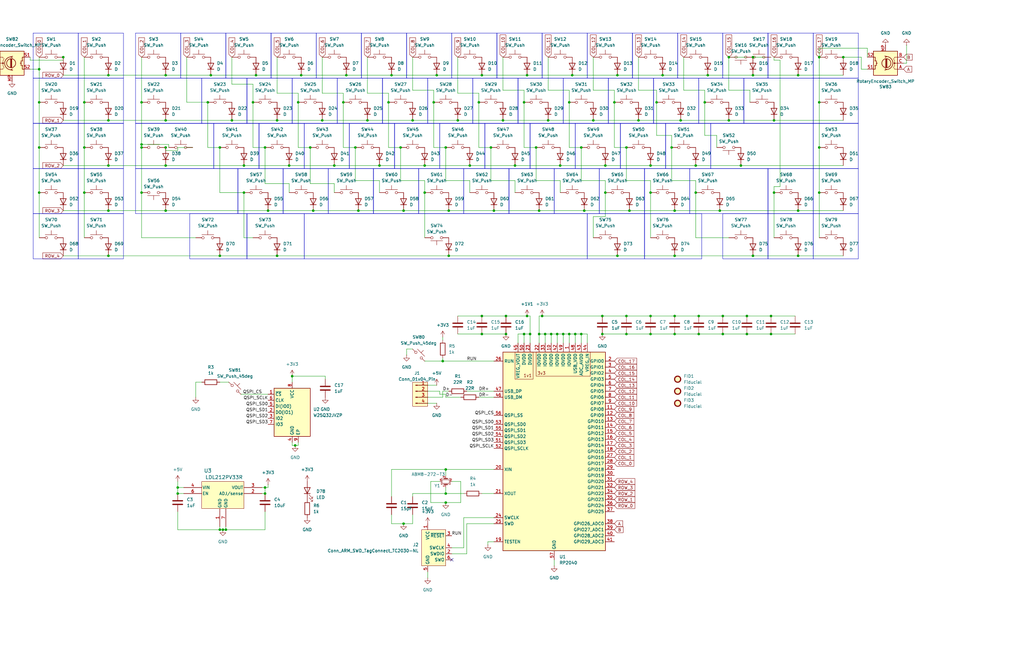
<source format=kicad_sch>
(kicad_sch (version 20250114) (generator "eeschema") (generator_version "9.0")
  (paper "USLedger")
  (rectangle (start 342.9 52.07) (end 361.95 71.12))
  (rectangle (start 218.44 33.02) (end 237.49 52.07))
  (rectangle (start 195.58 71.12) (end 214.63 90.17))
  (rectangle (start 242.57 52.07) (end 261.62 71.12))
  (rectangle (start 128.27 90.17) (end 247.65 109.22))
  (rectangle (start 280.67 52.07) (end 299.72 71.12))
  (rectangle (start 304.8 13.97) (end 323.85 33.02))
  (rectangle (start 271.78 90.17) (end 295.91 109.22))
  (rectangle (start 80.01 90.17) (end 104.14 109.22))
  (rectangle (start 223.52 52.07) (end 242.57 71.12))
  (rectangle (start 228.6 13.97) (end 247.65 33.02))
  (rectangle (start 13.97 52.07) (end 33.02 71.12))
  (rectangle (start 104.14 33.02) (end 123.19 52.07))
  (rectangle (start 95.25 13.97) (end 114.3 33.02))
  (rectangle (start 323.85 90.17) (end 342.9 109.22))
  (rectangle (start 342.9 13.97) (end 361.95 33.02))
  (rectangle (start 33.02 71.12) (end 52.07 90.17))
  (rectangle (start 57.15 33.02) (end 85.09 52.07))
  (rectangle (start 114.3 13.97) (end 133.35 33.02))
  (rectangle (start 261.62 52.07) (end 280.67 71.12))
  (rectangle (start 271.78 71.12) (end 290.83 90.17))
  (rectangle (start 304.8 90.17) (end 323.85 109.22))
  (rectangle (start 123.19 33.02) (end 142.24 52.07))
  (rectangle (start 266.7 13.97) (end 285.75 33.02))
  (rectangle (start 190.5 13.97) (end 209.55 33.02))
  (rectangle (start 57.15 71.12) (end 100.33 90.17))
  (rectangle (start 176.53 71.12) (end 195.58 90.17))
  (rectangle (start 313.69 33.02) (end 342.9 52.07))
  (rectangle (start 152.4 13.97) (end 171.45 33.02))
  (rectangle (start 13.97 71.12) (end 33.02 90.17))
  (rectangle (start 119.38 71.12) (end 138.43 90.17))
  (rectangle (start 275.59 33.02) (end 294.64 52.07))
  (rectangle (start 33.02 90.17) (end 52.07 109.22))
  (rectangle (start 157.48 71.12) (end 176.53 90.17))
  (rectangle (start 133.35 13.97) (end 152.4 33.02))
  (rectangle (start 57.15 52.07) (end 90.17 71.12))
  (rectangle (start 323.85 71.12) (end 342.9 90.17))
  (rectangle (start 342.9 33.02) (end 361.95 52.07))
  (rectangle (start 13.97 90.17) (end 33.02 109.22))
  (rectangle (start 323.85 13.97) (end 342.9 33.02))
  (rectangle (start 285.75 13.97) (end 304.8 33.02))
  (rectangle (start 142.24 33.02) (end 161.29 52.07))
  (rectangle (start 247.65 90.17) (end 271.78 109.22))
  (rectangle (start 57.15 13.97) (end 76.2 33.02))
  (rectangle (start 13.97 13.97) (end 33.02 33.02))
  (rectangle (start 100.33 71.12) (end 119.38 90.17))
  (rectangle (start 33.02 33.02) (end 52.07 52.07))
  (rectangle (start 185.42 52.07) (end 204.47 71.12))
  (rectangle (start 214.63 71.12) (end 233.68 90.17))
  (rectangle (start 247.65 13.97) (end 266.7 33.02))
  (rectangle (start 90.17 52.07) (end 109.22 71.12))
  (rectangle (start 85.09 33.02) (end 104.14 52.07))
  (rectangle (start 104.14 90.17) (end 128.27 109.22))
  (rectangle (start 204.47 52.07) (end 223.52 71.12))
  (rectangle (start 290.83 71.12) (end 323.85 90.17))
  (rectangle (start 342.9 90.17) (end 361.95 109.22))
  (rectangle (start 299.72 52.07) (end 342.9 71.12))
  (rectangle (start 147.32 52.07) (end 166.37 71.12))
  (rectangle (start 294.64 33.02) (end 313.69 52.07))
  (rectangle (start 233.68 71.12) (end 252.73 90.17))
  (rectangle (start 171.45 13.97) (end 190.5 33.02))
  (rectangle (start 138.43 71.12) (end 157.48 90.17))
  (rectangle (start 166.37 52.07) (end 185.42 71.12))
  (rectangle (start 256.54 33.02) (end 275.59 52.07))
  (rectangle (start 252.73 71.12) (end 271.78 90.17))
  (rectangle (start 209.55 13.97) (end 228.6 33.02))
  (rectangle (start 237.49 33.02) (end 256.54 52.07))
  (rectangle (start 180.34 33.02) (end 199.39 52.07))
  (rectangle (start 109.22 52.07) (end 128.27 71.12))
  (rectangle (start 13.97 33.02) (end 33.02 52.07))
  (rectangle (start 199.39 33.02) (end 218.44 52.07))
  (rectangle (start 128.27 52.07) (end 147.32 71.12))
  (rectangle (start 76.2 13.97) (end 95.25 33.02))
  (rectangle (start 161.29 33.02) (end 180.34 52.07))
  (rectangle (start 342.9 71.12) (end 361.95 90.17))
  (rectangle (start 33.02 52.07) (end 52.07 71.12))
  (rectangle (start 33.02 13.97) (end 52.07 33.02))
  (junction (at 189.23 88.9))
  (junction (at 212.09 50.8))
  (junction (at 265.43 88.9))
  (junction (at 160.02 69.85))
  (junction (at 149.86 62.23))
  (junction (at 326.39 81.28))
  (junction (at 168.91 62.23))
  (junction (at 45.72 31.75))
  (junction (at 123.19 158.75))
  (junction (at 45.72 69.85))
  (junction (at 294.64 140.97))
  (junction (at 69.85 31.75))
  (junction (at 208.28 88.9))
  (junction (at 255.27 81.28))
  (junction (at 220.98 43.18))
  (junction (at 231.14 50.8))
  (junction (at 92.71 223.52))
  (junction (at 222.25 133.35))
  (junction (at 111.76 208.28))
  (junction (at 146.05 31.75))
  (junction (at 217.17 69.85))
  (junction (at 187.96 198.12))
  (junction (at 228.6 133.35))
  (junction (at 74.93 208.28))
  (junction (at 213.36 140.97))
  (junction (at 111.76 205.74))
  (junction (at 284.48 140.97))
  (junction (at 184.15 31.75))
  (junction (at 203.2 133.35))
  (junction (at 345.44 43.18))
  (junction (at 116.84 50.8))
  (junction (at 222.25 31.75))
  (junction (at 236.22 69.85))
  (junction (at 121.92 69.85))
  (junction (at 203.2 31.75))
  (junction (at 240.03 140.97))
  (junction (at 304.8 140.97))
  (junction (at 179.07 69.85))
  (junction (at 144.78 43.18))
  (junction (at 229.87 140.97))
  (junction (at 294.64 133.35))
  (junction (at 132.08 88.9))
  (junction (at 97.79 50.8))
  (junction (at 130.81 62.23))
  (junction (at 284.48 88.9))
  (junction (at 207.01 62.23))
  (junction (at 274.32 140.97))
  (junction (at 223.52 140.97))
  (junction (at 227.33 88.9))
  (junction (at 93.98 223.52))
  (junction (at 116.84 107.95))
  (junction (at 298.45 31.75))
  (junction (at 245.11 140.97))
  (junction (at 127 31.75))
  (junction (at 45.72 88.9))
  (junction (at 92.71 62.23))
  (junction (at 303.53 88.9))
  (junction (at 203.2 140.97))
  (junction (at 304.8 133.35))
  (junction (at 165.1 31.75))
  (junction (at 125.73 43.18))
  (junction (at 250.19 50.8))
  (junction (at 232.41 140.97))
  (junction (at 345.44 24.13))
  (junction (at 182.88 43.18))
  (junction (at 35.56 43.18))
  (junction (at 345.44 81.28))
  (junction (at 245.11 62.23))
  (junction (at 274.32 81.28))
  (junction (at 102.87 81.28))
  (junction (at 284.48 107.95))
  (junction (at 259.08 43.18))
  (junction (at 107.95 31.75))
  (junction (at 355.6 24.13))
  (junction (at 69.85 50.8))
  (junction (at 140.97 69.85))
  (junction (at 274.32 69.85))
  (junction (at 227.33 140.97))
  (junction (at 242.57 140.97))
  (junction (at 264.16 62.23))
  (junction (at 173.99 50.8))
  (junction (at 187.96 208.28))
  (junction (at 106.68 43.18))
  (junction (at 241.3 31.75))
  (junction (at 269.24 50.8))
  (junction (at 254 133.35))
  (junction (at 226.06 62.23))
  (junction (at 317.5 31.75))
  (junction (at 264.16 133.35))
  (junction (at 314.96 140.97))
  (junction (at 59.69 62.23))
  (junction (at 260.35 31.75))
  (junction (at 35.56 81.28))
  (junction (at 325.12 133.35))
  (junction (at 26.67 24.13))
  (junction (at 87.63 43.18))
  (junction (at 336.55 31.75))
  (junction (at 187.96 62.23))
  (junction (at 237.49 140.97))
  (junction (at 92.71 107.95))
  (junction (at 297.18 43.18))
  (junction (at 234.95 140.97))
  (junction (at 74.93 205.74))
  (junction (at 193.04 50.8))
  (junction (at 276.86 43.18))
  (junction (at 213.36 133.35))
  (junction (at 45.72 50.8))
  (junction (at 264.16 140.97))
  (junction (at 16.51 29.21))
  (junction (at 326.39 50.8))
  (junction (at 88.9 31.75))
  (junction (at 186.69 152.4))
  (junction (at 170.18 88.9))
  (junction (at 293.37 69.85))
  (junction (at 274.32 133.35))
  (junction (at 307.34 24.13))
  (junction (at 314.96 133.35))
  (junction (at 35.56 62.23))
  (junction (at 16.51 62.23))
  (junction (at 246.38 88.9))
  (junction (at 69.85 69.85))
  (junction (at 59.69 43.18))
  (junction (at 325.12 140.97))
  (junction (at 102.87 69.85))
  (junction (at 113.03 88.9))
  (junction (at 163.83 43.18))
  (junction (at 154.94 50.8))
  (junction (at 284.48 133.35))
  (junction (at 95.25 223.52))
  (junction (at 260.35 107.95))
  (junction (at 345.44 62.23))
  (junction (at 287.02 50.8))
  (junction (at 312.42 69.85))
  (junction (at 198.12 69.85))
  (junction (at 255.27 69.85))
  (junction (at 16.51 81.28))
  (junction (at 336.55 107.95))
  (junction (at 179.07 81.28))
  (junction (at 135.89 50.8))
  (junction (at 59.69 81.28))
  (junction (at 124.46 187.96))
  (junction (at 45.72 107.95))
  (junction (at 317.5 107.95))
  (junction (at 240.03 43.18))
  (junction (at 151.13 88.9))
  (junction (at 69.85 62.23))
  (junction (at 220.98 140.97))
  (junction (at 187.96 212.09))
  (junction (at 283.21 62.23))
  (junction (at 279.4 31.75))
  (junction (at 336.55 88.9))
  (junction (at 59.69 60.96))
  (junction (at 189.23 107.95))
  (junction (at 69.85 88.9))
  (junction (at 293.37 81.28))
  (junction (at 317.5 24.13))
  (junction (at 254 140.97))
  (junction (at 170.18 220.98))
  (junction (at 201.93 43.18))
  (junction (at 307.34 50.8))
  (junction (at 16.51 43.18))
  (junction (at 111.76 62.23))
  (no_connect (at 190.5 236.22))
  (wire (pts (xy 168.91 76.2) (xy 179.07 76.2)))
  (wire (pts (xy 74.93 223.52) (xy 92.71 223.52)))
  (wire (pts (xy 26.67 31.75) (xy 45.72 31.75)))
  (wire (pts (xy 190.5 233.68) (xy 196.85 233.68)))
  (wire (pts (xy 45.72 31.75) (xy 69.85 31.75)))
  (wire (pts (xy 154.94 50.8) (xy 173.99 50.8)))
  (wire (pts (xy 201.93 39.37) (xy 201.93 43.18)))
  (wire (pts (xy 312.42 69.85) (xy 355.6 69.85)))
  (wire (pts (xy 345.44 81.28) (xy 345.44 100.33)))
  (wire (pts (xy 203.2 208.28) (xy 208.28 208.28)))
  (wire (pts (xy 326.39 50.8) (xy 355.6 50.8)))
  (wire (pts (xy 69.85 50.8) (xy 97.79 50.8)))
  (wire (pts (xy 336.55 88.9) (xy 355.6 88.9)))
  (wire (pts (xy 294.64 140.97) (xy 304.8 140.97)))
  (wire (pts (xy 220.98 62.23) (xy 226.06 62.23)))
  (wire (pts (xy 87.63 43.18) (xy 87.63 62.23)))
  (wire (pts (xy 111.76 77.47) (xy 121.92 77.47)))
  (wire (pts (xy 180.34 170.18) (xy 184.15 170.18)))
  (wire (pts (xy 265.43 88.9) (xy 284.48 88.9)))
  (wire (pts (xy 184.15 31.75) (xy 203.2 31.75)))
  (wire (pts (xy 185.42 165.1) (xy 185.42 166.37)))
  (wire (pts (xy 274.32 133.35) (xy 284.48 133.35)))
  (wire (pts (xy 240.03 140.97) (xy 240.03 144.78)))
  (wire (pts (xy 111.76 208.28) (xy 111.76 205.74)))
  (wire (pts (xy 218.44 144.78) (xy 218.44 140.97)))
  (wire (pts (xy 336.55 107.95) (xy 355.6 107.95)))
  (wire (pts (xy 173.99 24.13) (xy 173.99 38.1)))
  (wire (pts (xy 260.35 31.75) (xy 279.4 31.75)))
  (wire (pts (xy 307.34 38.1) (xy 316.23 38.1)))
  (wire (pts (xy 116.84 39.37) (xy 125.73 39.37)))
  (wire (pts (xy 234.95 140.97) (xy 232.41 140.97)))
  (wire (pts (xy 345.44 20.32) (xy 345.44 24.13)))
  (wire (pts (xy 106.68 35.56) (xy 106.68 43.18)))
  (wire (pts (xy 345.44 43.18) (xy 345.44 62.23)))
  (wire (pts (xy 180.34 165.1) (xy 185.42 165.1)))
  (wire (pts (xy 187.96 198.12) (xy 187.96 200.66)))
  (wire (pts (xy 297.18 38.1) (xy 297.18 43.18)))
  (wire (pts (xy 283.21 62.23) (xy 283.21 76.2)))
  (wire (pts (xy 160.02 76.2) (xy 160.02 81.28)))
  (wire (pts (xy 92.71 62.23) (xy 92.71 81.28)))
  (wire (pts (xy 217.17 69.85) (xy 236.22 69.85)))
  (wire (pts (xy 304.8 133.35) (xy 314.96 133.35)))
  (wire (pts (xy 326.39 25.4) (xy 328.93 25.4)))
  (wire (pts (xy 328.93 25.4) (xy 328.93 78.74)))
  (wire (pts (xy 198.12 69.85) (xy 217.17 69.85)))
  (wire (pts (xy 165.1 31.75) (xy 184.15 31.75)))
  (wire (pts (xy 97.79 50.8) (xy 116.84 50.8)))
  (wire (pts (xy 284.48 107.95) (xy 317.5 107.95)))
  (wire (pts (xy 16.51 62.23) (xy 16.51 81.28)))
  (wire (pts (xy 284.48 140.97) (xy 294.64 140.97)))
  (wire (pts (xy 194.31 212.09) (xy 194.31 203.2)))
  (wire (pts (xy 276.86 43.18) (xy 276.86 57.15)))
  (wire (pts (xy 149.86 62.23) (xy 149.86 76.2)))
  (wire (pts (xy 345.44 20.32) (xy 365.76 20.32)))
  (wire (pts (xy 260.35 107.95) (xy 284.48 107.95)))
  (wire (pts (xy 293.37 81.28) (xy 293.37 100.33)))
  (wire (pts (xy 78.74 24.13) (xy 78.74 43.18)))
  (wire (pts (xy 71.12 62.23) (xy 71.12 60.96)))
  (wire (pts (xy 250.19 91.44) (xy 255.27 91.44)))
  (wire (pts (xy 135.89 50.8) (xy 154.94 50.8)))
  (wire (pts (xy 227.33 88.9) (xy 246.38 88.9)))
  (wire (pts (xy 232.41 140.97) (xy 232.41 144.78)))
  (wire (pts (xy 316.23 38.1) (xy 316.23 43.18)))
  (wire (pts (xy 187.96 167.64) (xy 194.31 167.64)))
  (wire (pts (xy 92.71 222.25) (xy 92.71 223.52)))
  (wire (pts (xy 284.48 133.35) (xy 294.64 133.35)))
  (wire (pts (xy 259.08 38.1) (xy 259.08 43.18)))
  (wire (pts (xy 274.32 76.2) (xy 274.32 81.28)))
  (wire (pts (xy 26.67 88.9) (xy 45.72 88.9)))
  (wire (pts (xy 303.53 88.9) (xy 336.55 88.9)))
  (wire (pts (xy 116.84 107.95) (xy 189.23 107.95)))
  (wire (pts (xy 264.16 133.35) (xy 274.32 133.35)))
  (wire (pts (xy 212.09 50.8) (xy 231.14 50.8)))
  (wire (pts (xy 229.87 140.97) (xy 227.33 140.97)))
  (wire (pts (xy 123.19 186.69) (xy 123.19 187.96)))
  (wire (pts (xy 328.93 78.74) (xy 326.39 78.74)))
  (wire (pts (xy 181.61 203.2) (xy 185.42 203.2)))
  (wire (pts (xy 363.22 29.21) (xy 363.22 24.13)))
  (wire (pts (xy 154.94 39.37) (xy 163.83 39.37)))
  (wire (pts (xy 207.01 62.23) (xy 207.01 76.2)))
  (wire (pts (xy 288.29 24.13) (xy 288.29 38.1)))
  (wire (pts (xy 274.32 69.85) (xy 293.37 69.85)))
  (wire (pts (xy 45.72 88.9) (xy 69.85 88.9)))
  (wire (pts (xy 121.92 69.85) (xy 140.97 69.85)))
  (wire (pts (xy 345.44 62.23) (xy 345.44 81.28)))
  (wire (pts (xy 259.08 43.18) (xy 259.08 62.23)))
  (wire (pts (xy 151.13 88.9) (xy 170.18 88.9)))
  (wire (pts (xy 182.88 43.18) (xy 182.88 62.23)))
  (wire (pts (xy 245.11 140.97) (xy 242.57 140.97)))
  (wire (pts (xy 314.96 133.35) (xy 325.12 133.35)))
  (wire (pts (xy 35.56 43.18) (xy 35.56 62.23)))
  (wire (pts (xy 212.09 38.1) (xy 220.98 38.1)))
  (wire (pts (xy 187.96 166.37) (xy 187.96 167.64)))
  (wire (pts (xy 123.19 187.96) (xy 124.46 187.96)))
  (wire (pts (xy 160.02 69.85) (xy 179.07 69.85)))
  (wire (pts (xy 125.73 187.96) (xy 124.46 187.96)))
  (wire (pts (xy 173.99 220.98) (xy 173.99 217.17)))
  (wire (pts (xy 106.68 62.23) (xy 111.76 62.23)))
  (wire (pts (xy 222.25 31.75) (xy 241.3 31.75)))
  (wire (pts (xy 59.69 43.18) (xy 59.69 60.96)))
  (wire (pts (xy 135.89 39.37) (xy 144.78 39.37)))
  (wire (pts (xy 101.6 166.37) (xy 113.03 166.37)))
  (wire (pts (xy 107.95 31.75) (xy 127 31.75)))
  (wire (pts (xy 111.76 62.23) (xy 111.76 77.47)))
  (wire (pts (xy 304.8 140.97) (xy 314.96 140.97)))
  (wire (pts (xy 135.89 24.13) (xy 135.89 39.37)))
  (wire (pts (xy 185.42 166.37) (xy 187.96 166.37)))
  (wire (pts (xy 381 26.67) (xy 382.27 26.67)))
  (wire (pts (xy 205.74 228.6) (xy 205.74 229.87)))
  (wire (pts (xy 168.91 62.23) (xy 168.91 76.2)))
  (wire (pts (xy 201.93 167.64) (xy 208.28 167.64)))
  (wire (pts (xy 87.63 62.23) (xy 92.71 62.23)))
  (wire (pts (xy 110.49 208.28) (xy 111.76 208.28)))
  (wire (pts (xy 195.58 231.14) (xy 195.58 218.44)))
  (wire (pts (xy 187.96 62.23) (xy 187.96 76.2)))
  (wire (pts (xy 12.7 29.21) (xy 16.51 29.21)))
  (wire (pts (xy 287.02 50.8) (xy 307.34 50.8)))
  (wire (pts (xy 81.28 62.23) (xy 74.93 62.23)))
  (wire (pts (xy 208.28 88.9) (xy 227.33 88.9)))
  (wire (pts (xy 203.2 31.75) (xy 222.25 31.75)))
  (wire (pts (xy 193.04 39.37) (xy 201.93 39.37)))
  (wire (pts (xy 220.98 38.1) (xy 220.98 43.18)))
  (wire (pts (xy 269.24 24.13) (xy 269.24 38.1)))
  (wire (pts (xy 173.99 38.1) (xy 182.88 38.1)))
  (wire (pts (xy 228.6 133.35) (xy 227.33 133.35)))
  (wire (pts (xy 110.49 205.74) (xy 111.76 205.74)))
  (wire (pts (xy 326.39 81.28) (xy 326.39 100.33)))
  (wire (pts (xy 325.12 140.97) (xy 335.28 140.97)))
  (wire (pts (xy 26.67 24.13) (xy 26.67 25.4)))
  (wire (pts (xy 193.04 24.13) (xy 193.04 39.37)))
  (wire (pts (xy 180.34 241.3) (xy 180.34 243.84)))
  (wire (pts (xy 179.07 152.4) (xy 186.69 152.4)))
  (wire (pts (xy 255.27 69.85) (xy 274.32 69.85)))
  (wire (pts (xy 125.73 43.18) (xy 125.73 62.23)))
  (wire (pts (xy 165.1 209.55) (xy 165.1 198.12)))
  (wire (pts (xy 125.73 39.37) (xy 125.73 43.18)))
  (wire (pts (xy 234.95 140.97) (xy 234.95 144.78)))
  (wire (pts (xy 236.22 76.2) (xy 236.22 81.28)))
  (wire (pts (xy 283.21 76.2) (xy 293.37 76.2)))
  (wire (pts (xy 97.79 35.56) (xy 106.68 35.56)))
  (wire (pts (xy 74.93 215.9) (xy 74.93 223.52)))
  (wire (pts (xy 165.1 220.98) (xy 170.18 220.98)))
  (wire (pts (xy 12.7 24.13) (xy 12.7 25.4)))
  (wire (pts (xy 125.73 62.23) (xy 130.81 62.23)))
  (wire (pts (xy 288.29 38.1) (xy 297.18 38.1)))
  (wire (pts (xy 307.34 50.8) (xy 326.39 50.8)))
  (wire (pts (xy 186.69 165.1) (xy 189.23 165.1)))
  (wire (pts (xy 127 31.75) (xy 146.05 31.75)))
  (wire (pts (xy 116.84 24.13) (xy 116.84 39.37)))
  (wire (pts (xy 26.67 69.85) (xy 45.72 69.85)))
  (wire (pts (xy 16.51 29.21) (xy 16.51 43.18)))
  (wire (pts (xy 45.72 107.95) (xy 92.71 107.95)))
  (wire (pts (xy 196.85 220.98) (xy 208.28 220.98)))
  (wire (pts (xy 163.83 62.23) (xy 168.91 62.23)))
  (wire (pts (xy 382.27 26.67) (xy 382.27 19.05)))
  (wire (pts (xy 245.11 62.23) (xy 245.11 76.2)))
  (wire (pts (xy 276.86 57.15) (xy 283.21 57.15)))
  (wire (pts (xy 35.56 24.13) (xy 35.56 43.18)))
  (wire (pts (xy 190.5 203.2) (xy 194.31 203.2)))
  (wire (pts (xy 26.67 107.95) (xy 45.72 107.95)))
  (wire (pts (xy 201.93 62.23) (xy 207.01 62.23)))
  (wire (pts (xy 173.99 147.32) (xy 171.45 147.32)))
  (wire (pts (xy 264.16 62.23) (xy 264.16 76.2)))
  (wire (pts (xy 35.56 81.28) (xy 35.56 100.33)))
  (wire (pts (xy 144.78 62.23) (xy 149.86 62.23)))
  (wire (pts (xy 259.08 62.23) (xy 264.16 62.23)))
  (wire (pts (xy 74.93 203.2) (xy 74.93 205.74)))
  (wire (pts (xy 26.67 50.8) (xy 45.72 50.8)))
  (wire (pts (xy 182.88 62.23) (xy 187.96 62.23)))
  (wire (pts (xy 326.39 24.13) (xy 326.39 25.4)))
  (wire (pts (xy 208.28 228.6) (xy 205.74 228.6)))
  (wire (pts (xy 181.61 203.2) (xy 181.61 212.09)))
  (wire (pts (xy 227.33 140.97) (xy 227.33 144.78)))
  (wire (pts (xy 82.55 100.33) (xy 59.69 100.33)))
  (wire (pts (xy 231.14 38.1) (xy 240.03 38.1)))
  (wire (pts (xy 149.86 76.2) (xy 160.02 76.2)))
  (wire (pts (xy 363.22 29.21) (xy 365.76 29.21)))
  (wire (pts (xy 69.85 63.5) (xy 69.85 62.23)))
  (wire (pts (xy 59.69 62.23) (xy 59.69 81.28)))
  (wire (pts (xy 269.24 50.8) (xy 287.02 50.8)))
  (wire (pts (xy 74.93 63.5) (xy 69.85 63.5)))
  (wire (pts (xy 121.92 77.47) (xy 121.92 81.28)))
  (wire (pts (xy 196.85 165.1) (xy 208.28 165.1)))
  (wire (pts (xy 325.12 133.35) (xy 335.28 133.35)))
  (wire (pts (xy 218.44 140.97) (xy 220.98 140.97)))
  (wire (pts (xy 140.97 69.85) (xy 160.02 69.85)))
  (wire (pts (xy 220.98 140.97) (xy 220.98 144.78)))
  (wire (pts (xy 187.96 198.12) (xy 208.28 198.12)))
  (wire (pts (xy 186.69 151.13) (xy 186.69 152.4)))
  (wire (pts (xy 187.96 76.2) (xy 198.12 76.2)))
  (wire (pts (xy 245.11 140.97) (xy 245.11 144.78)))
  (wire (pts (xy 233.68 236.22) (xy 233.68 238.76)))
  (wire (pts (xy 302.26 57.15) (xy 302.26 62.23)))
  (wire (pts (xy 212.09 24.13) (xy 212.09 38.1)))
  (wire (pts (xy 106.68 43.18) (xy 106.68 62.23)))
  (wire (pts (xy 241.3 31.75) (xy 260.35 31.75)))
  (wire (pts (xy 297.18 57.15) (xy 302.26 57.15)))
  (wire (pts (xy 92.71 223.52) (xy 93.98 223.52)))
  (wire (pts (xy 179.07 69.85) (xy 198.12 69.85)))
  (wire (pts (xy 170.18 220.98) (xy 173.99 220.98)))
  (wire (pts (xy 74.93 208.28) (xy 74.93 205.74)))
  (wire (pts (xy 247.65 144.78) (xy 247.65 140.97)))
  (wire (pts (xy 245.11 76.2) (xy 255.27 76.2)))
  (wire (pts (xy 274.32 81.28) (xy 274.32 100.33)))
  (wire (pts (xy 231.14 24.13) (xy 231.14 38.1)))
  (wire (pts (xy 16.51 81.28) (xy 16.51 100.33)))
  (wire (pts (xy 232.41 140.97) (xy 229.87 140.97)))
  (wire (pts (xy 317.5 31.75) (xy 336.55 31.75)))
  (wire (pts (xy 195.58 218.44) (xy 208.28 218.44)))
  (wire (pts (xy 193.04 140.97) (xy 203.2 140.97)))
  (wire (pts (xy 284.48 88.9) (xy 303.53 88.9)))
  (wire (pts (xy 207.01 76.2) (xy 217.17 76.2)))
  (wire (pts (xy 125.73 186.69) (xy 125.73 187.96)))
  (wire (pts (xy 163.83 43.18) (xy 163.83 62.23)))
  (wire (pts (xy 226.06 62.23) (xy 226.06 76.2)))
  (wire (pts (xy 264.16 76.2) (xy 274.32 76.2)))
  (wire (pts (xy 242.57 140.97) (xy 242.57 144.78)))
  (wire (pts (xy 123.19 158.75) (xy 123.19 161.29)))
  (wire (pts (xy 16.51 43.18) (xy 16.51 62.23)))
  (wire (pts (xy 130.81 62.23) (xy 130.81 77.47)))
  (wire (pts (xy 314.96 140.97) (xy 325.12 140.97)))
  (wire (pts (xy 220.98 140.97) (xy 223.52 140.97)))
  (wire (pts (xy 45.72 69.85) (xy 69.85 69.85)))
  (wire (pts (xy 250.19 50.8) (xy 269.24 50.8)))
  (wire (pts (xy 69.85 69.85) (xy 102.87 69.85)))
  (wire (pts (xy 201.93 43.18) (xy 201.93 62.23)))
  (wire (pts (xy 116.84 50.8) (xy 135.89 50.8)))
  (wire (pts (xy 190.5 231.14) (xy 195.58 231.14)))
  (wire (pts (xy 111.76 215.9) (xy 111.76 223.52)))
  (wire (pts (xy 269.24 38.1) (xy 276.86 38.1)))
  (wire (pts (xy 187.96 208.28) (xy 195.58 208.28)))
  (wire (pts (xy 226.06 76.2) (xy 236.22 76.2)))
  (wire (pts (xy 307.34 24.13) (xy 314.96 24.13)))
  (wire (pts (xy 137.16 158.75) (xy 123.19 158.75)))
  (wire (pts (xy 240.03 62.23) (xy 245.11 62.23)))
  (wire (pts (xy 213.36 133.35) (xy 222.25 133.35)))
  (wire (pts (xy 293.37 69.85) (xy 312.42 69.85)))
  (wire (pts (xy 59.69 24.13) (xy 59.69 43.18)))
  (wire (pts (xy 189.23 107.95) (xy 260.35 107.95)))
  (wire (pts (xy 229.87 140.97) (xy 229.87 144.78)))
  (wire (pts (xy 69.85 88.9) (xy 113.03 88.9)))
  (wire (pts (xy 180.34 162.56) (xy 184.15 162.56)))
  (wire (pts (xy 181.61 212.09) (xy 187.96 212.09)))
  (wire (pts (xy 102.87 100.33) (xy 106.68 100.33)))
  (wire (pts (xy 276.86 38.1) (xy 276.86 43.18)))
  (wire (pts (xy 163.83 39.37) (xy 163.83 43.18)))
  (wire (pts (xy 16.51 24.13) (xy 16.51 29.21)))
  (wire (pts (xy -7.62 26.67) (xy -7.62 27.94)))
  (wire (pts (xy 293.37 76.2) (xy 293.37 81.28)))
  (wire (pts (xy 111.76 223.52) (xy 95.25 223.52)))
  (wire (pts (xy 69.85 31.75) (xy 88.9 31.75)))
  (wire (pts (xy 307.34 24.13) (xy 307.34 38.1)))
  (wire (pts (xy 203.2 133.35) (xy 213.36 133.35)))
  (wire (pts (xy 187.96 212.09) (xy 194.31 212.09)))
  (wire (pts (xy 187.96 205.74) (xy 187.96 208.28)))
  (wire (pts (xy 113.03 88.9) (xy 132.08 88.9)))
  (wire (pts (xy 154.94 24.13) (xy 154.94 39.37)))
  (wire (pts (xy 92.71 107.95) (xy 116.84 107.95)))
  (wire (pts (xy 365.76 20.32) (xy 365.76 24.13)))
  (wire (pts (xy 59.69 60.96) (xy 71.12 60.96)))
  (wire (pts (xy 182.88 38.1) (xy 182.88 43.18)))
  (wire (pts (xy 250.19 24.13) (xy 250.19 38.1)))
  (wire (pts (xy 186.69 152.4) (xy 208.28 152.4)))
  (wire (pts (xy 186.69 167.64) (xy 186.69 165.1)))
  (wire (pts (xy 231.14 50.8) (xy 250.19 50.8)))
  (wire (pts (xy 264.16 140.97) (xy 274.32 140.97)))
  (wire (pts (xy 196.85 233.68) (xy 196.85 220.98)))
  (wire (pts (xy 130.81 77.47) (xy 140.97 77.47)))
  (wire (pts (xy 345.44 24.13) (xy 345.44 43.18)))
  (wire (pts (xy 165.1 198.12) (xy 187.96 198.12)))
  (wire (pts (xy 92.71 81.28) (xy 102.87 81.28)))
  (wire (pts (xy 246.38 88.9) (xy 265.43 88.9)))
  (wire (pts (xy 186.69 142.24) (xy 186.69 143.51)))
  (wire (pts (xy 237.49 140.97) (xy 234.95 140.97)))
  (wire (pts (xy 137.16 160.02) (xy 137.16 158.75)))
  (wire (pts (xy 220.98 43.18) (xy 220.98 62.23)))
  (wire (pts (xy 173.99 50.8) (xy 193.04 50.8)))
  (wire (pts (xy 88.9 31.75) (xy 107.95 31.75)))
  (wire (pts (xy 74.93 205.74) (xy 77.47 205.74)))
  (wire (pts (xy 228.6 133.35) (xy 254 133.35)))
  (wire (pts (xy 203.2 140.97) (xy 213.36 140.97)))
  (wire (pts (xy 227.33 133.35) (xy 227.33 140.97)))
  (wire (pts (xy 173.99 209.55) (xy 173.99 208.28)))
  (wire (pts (xy 132.08 88.9) (xy 151.13 88.9)))
  (wire (pts (xy 193.04 133.35) (xy 203.2 133.35)))
  (wire (pts (xy 180.34 167.64) (xy 186.69 167.64)))
  (wire (pts (xy 189.23 88.9) (xy 208.28 88.9)))
  (wire (pts (xy 97.79 24.13) (xy 97.79 35.56)))
  (wire (pts (xy 59.69 81.28) (xy 59.69 100.33)))
  (wire (pts (xy 12.7 25.4) (xy 26.67 25.4)))
  (wire (pts (xy 223.52 144.78) (xy 223.52 140.97)))
  (wire (pts (xy 92.71 161.29) (xy 96.52 161.29)))
  (wire (pts (xy 77.47 208.28) (xy 74.93 208.28)))
  (wire (pts (xy -2.54 26.67) (xy -7.62 26.67)))
  (wire (pts (xy 336.55 31.75) (xy 355.6 31.75)))
  (wire (pts (xy 274.32 140.97) (xy 284.48 140.97)))
  (wire (pts (xy 317.5 24.13) (xy 325.12 24.13)))
  (wire (pts (xy 317.5 107.95) (xy 336.55 107.95)))
  (wire (pts (xy 179.07 76.2) (xy 179.07 81.28)))
  (wire (pts (xy 102.87 69.85) (xy 121.92 69.85)))
  (wire (pts (xy 237.49 140.97) (xy 237.49 144.78)))
  (wire (pts (xy 95.25 222.25) (xy 95.25 223.52)))
  (wire (pts (xy 198.12 76.2) (xy 198.12 81.28)))
  (wire (pts (xy 144.78 39.37) (xy 144.78 43.18)))
  (wire (pts (xy 326.39 78.74) (xy 326.39 81.28)))
  (wire (pts (xy 236.22 69.85) (xy 255.27 69.85)))
  (wire (pts (xy 254 140.97) (xy 264.16 140.97)))
  (wire (pts (xy 173.99 208.28) (xy 187.96 208.28)))
  (wire (pts (xy 242.57 140.97) (xy 240.03 140.97)))
  (wire (pts (xy 255.27 91.44) (xy 255.27 81.28)))
  (wire (pts (xy 74.93 62.23) (xy 74.93 63.5)))
  (wire (pts (xy 254 133.35) (xy 264.16 133.35)))
  (wire (pts (xy 250.19 100.33) (xy 250.19 91.44)))
  (wire (pts (xy 247.65 140.97) (xy 245.11 140.97)))
  (wire (pts (xy 95.25 223.52) (xy 93.98 223.52)))
  (wire (pts (xy 255.27 76.2) (xy 255.27 81.28)))
  (wire (pts (xy 171.45 147.32) (xy 171.45 149.86)))
  (wire (pts (xy 363.22 24.13) (xy 355.6 24.13)))
  (wire (pts (xy 223.52 133.35) (xy 222.25 133.35)))
  (wire (pts (xy 82.55 161.29) (xy 82.55 167.64)))
  (wire (pts (xy 293.37 100.33) (xy 307.34 100.33)))
  (wire (pts (xy 102.87 81.28) (xy 102.87 100.33)))
  (wire (pts (xy 146.05 31.75) (xy 165.1 31.75)))
  (wire (pts (xy 297.18 43.18) (xy 297.18 57.15)))
  (wire (pts (xy 35.56 62.23) (xy 35.56 81.28)))
  (wire (pts (xy 113.03 205.74) (xy 113.03 204.47)))
  (wire (pts (xy 250.19 38.1) (xy 259.08 38.1)))
  (wire (pts (xy 294.64 133.35) (xy 304.8 133.35)))
  (wire (pts (xy 298.45 31.75) (xy 317.5 31.75)))
  (wire (pts (xy 179.07 81.28) (xy 179.07 100.33)))
  (wire (pts (xy 78.74 43.18) (xy 87.63 43.18)))
  (wire (pts (xy 144.78 43.18) (xy 144.78 62.23)))
  (wire (pts (xy 240.03 38.1) (xy 240.03 43.18)))
  (wire (pts (xy 240.03 140.97) (xy 237.49 140.97)))
  (wire (pts (xy 283.21 57.15) (xy 283.21 62.23)))
  (wire (pts (xy 193.04 50.8) (xy 212.09 50.8)))
  (wire (pts (xy 140.97 77.47) (xy 140.97 81.28)))
  (wire (pts (xy 223.52 140.97) (xy 223.52 133.35)))
  (wire (pts (xy 279.4 31.75) (xy 298.45 31.75)))
  (wire (pts (xy 45.72 50.8) (xy 69.85 50.8)))
  (wire (pts (xy 217.17 76.2) (xy 217.17 81.28)))
  (wire (pts (xy 59.69 60.96) (xy 59.69 62.23)))
  (wire (pts (xy 165.1 217.17) (xy 165.1 220.98)))
  (wire (pts (xy 240.03 43.18) (xy 240.03 62.23)))
  (wire (pts (xy 111.76 205.74) (xy 113.03 205.74)))
  (wire (pts (xy 170.18 88.9) (xy 189.23 88.9)))
  (wire (pts (xy 82.55 161.29) (xy 85.09 161.29)))
  (label "QSPI_SD2" (at 113.03 176.53 180))
  (label "QSPI_SD0" (at 113.03 171.45 180))
  (label "RUN" (at 190.5 226.06 0))
  (label "D-" (at 187.96 167.64 0))
  (label "QSPI_SD0" (at 208.28 179.07 180))
  (label "RUN" (at 196.85 152.4 0))
  (label "QSPI_SD1" (at 113.03 173.99 180))
  (label "QSPI_CS" (at 208.28 175.26 180))
  (label "D+" (at 186.69 165.1 0))
  (label "QSPI_SD3" (at 208.28 186.69 180))
  (label "QSPI_SD3" (at 113.03 179.07 180))
  (label "QSPI_SD1" (at 208.28 181.61 180))
  (label "QSPI_SD2" (at 208.28 184.15 180))
  (label "QSPI_SCLK" (at 208.28 189.23 180))
  (label "QSPI_SCLK" (at 113.03 168.91 180))
  (label "DR+" (at 201.93 165.1 0))
  (label "QSPI_CS" (at 110.49 166.37 180))
  (label "DR-" (at 201.93 167.64 0))
  (global_label "ROW_2" (shape input) (at 259.08 208.28 0) (property "Intersheetrefs" "${INTERSHEET_REFS}" (effects (hide yes))))
  (global_label "COL_10" (shape input) (at 259.08 170.18 0) (property "Intersheetrefs" "${INTERSHEET_REFS}" (effects (hide yes))))
  (global_label "COL_7" (shape input) (at 259.08 177.8 0) (property "Intersheetrefs" "${INTERSHEET_REFS}" (effects (hide yes))))
  (global_label "COL_15" (shape input) (at 307.34 24.13 90) (property "Intersheetrefs" "${INTERSHEET_REFS}" (effects (hide yes))))
  (global_label "ROW_0" (shape input) (at 26.67 31.75 180) (property "Intersheetrefs" "${INTERSHEET_REFS}" (effects (hide yes))))
  (global_label "A" (shape input) (at -2.54 24.13 180) (property "Intersheetrefs" "${INTERSHEET_REFS}" (effects (hide yes))))
  (global_label "COL_17" (shape input) (at 345.44 24.13 90) (property "Intersheetrefs" "${INTERSHEET_REFS}" (effects (hide yes))))
  (global_label "COL_3" (shape input) (at 78.74 24.13 90) (property "Intersheetrefs" "${INTERSHEET_REFS}" (effects (hide yes))))
  (global_label "COL_1" (shape input) (at 35.56 24.13 90) (property "Intersheetrefs" "${INTERSHEET_REFS}" (effects (hide yes))))
  (global_label "COL_6" (shape input) (at 259.08 180.34 0) (property "Intersheetrefs" "${INTERSHEET_REFS}" (effects (hide yes))))
  (global_label "ROW_1" (shape input) (at 26.67 50.8 180) (property "Intersheetrefs" "${INTERSHEET_REFS}" (effects (hide yes))))
  (global_label "COL_4" (shape input) (at 259.08 185.42 0) (property "Intersheetrefs" "${INTERSHEET_REFS}" (effects (hide yes))))
  (global_label "B" (shape input) (at 259.08 223.52 0) (property "Intersheetrefs" "${INTERSHEET_REFS}" (effects (hide yes))))
  (global_label "COL_14" (shape input) (at 259.08 160.02 0) (property "Intersheetrefs" "${INTERSHEET_REFS}" (effects (hide yes))))
  (global_label "COL_9" (shape input) (at 259.08 172.72 0) (property "Intersheetrefs" "${INTERSHEET_REFS}" (effects (hide yes))))
  (global_label "COL_3" (shape input) (at 259.08 187.96 0) (property "Intersheetrefs" "${INTERSHEET_REFS}" (effects (hide yes))))
  (global_label "COL_2" (shape input) (at 59.69 24.13 90) (property "Intersheetrefs" "${INTERSHEET_REFS}" (effects (hide yes))))
  (global_label "COL_8" (shape input) (at 259.08 175.26 0) (property "Intersheetrefs" "${INTERSHEET_REFS}" (effects (hide yes))))
  (global_label "COL_0" (shape input) (at 259.08 195.58 0) (property "Intersheetrefs" "${INTERSHEET_REFS}" (effects (hide yes))))
  (global_label "B" (shape input) (at -2.54 29.21 180) (property "Intersheetrefs" "${INTERSHEET_REFS}" (effects (hide yes))))
  (global_label "B" (shape input) (at 381 24.13 0) (property "Intersheetrefs" "${INTERSHEET_REFS}" (effects (hide yes))))
  (global_label "COL_9" (shape input) (at 193.04 24.13 90) (property "Intersheetrefs" "${INTERSHEET_REFS}" (effects (hide yes))))
  (global_label "ROW_2" (shape input) (at 26.67 69.85 180) (property "Intersheetrefs" "${INTERSHEET_REFS}" (effects (hide yes))))
  (global_label "COL_4" (shape input) (at 97.79 24.13 90) (property "Intersheetrefs" "${INTERSHEET_REFS}" (effects (hide yes))))
  (global_label "COL_12" (shape input) (at 259.08 165.1 0) (property "Intersheetrefs" "${INTERSHEET_REFS}" (effects (hide yes))))
  (global_label "COL_1" (shape input) (at 259.08 193.04 0) (property "Intersheetrefs" "${INTERSHEET_REFS}" (effects (hide yes))))
  (global_label "ROW_3" (shape input) (at 26.67 88.9 180) (property "Intersheetrefs" "${INTERSHEET_REFS}" (effects (hide yes))))
  (global_label "COL_13" (shape input) (at 259.08 162.56 0) (property "Intersheetrefs" "${INTERSHEET_REFS}" (effects (hide yes))))
  (global_label "COL_8" (shape input) (at 173.99 24.13 90) (property "Intersheetrefs" "${INTERSHEET_REFS}" (effects (hide yes))))
  (global_label "COL_14" (shape input) (at 288.29 24.13 90) (property "Intersheetrefs" "${INTERSHEET_REFS}" (effects (hide yes))))
  (global_label "COL_15" (shape input) (at 259.08 157.48 0) (property "Intersheetrefs" "${INTERSHEET_REFS}" (effects (hide yes))))
  (global_label "COL_6" (shape input) (at 135.89 24.13 90) (property "Intersheetrefs" "${INTERSHEET_REFS}" (effects (hide yes))))
  (global_label "ROW_3" (shape input) (at 259.08 205.74 0) (property "Intersheetrefs" "${INTERSHEET_REFS}" (effects (hide yes))))
  (global_label "COL_2" (shape input) (at 259.08 190.5 0) (property "Intersheetrefs" "${INTERSHEET_REFS}" (effects (hide yes))))
  (global_label "COL_5" (shape input) (at 259.08 182.88 0) (property "Intersheetrefs" "${INTERSHEET_REFS}" (effects (hide yes))))
  (global_label "ROW_4" (shape input) (at 259.08 203.2 0) (property "Intersheetrefs" "${INTERSHEET_REFS}" (effects (hide yes))))
  (global_label "COL_11" (shape input) (at 231.14 24.13 90) (property "Intersheetrefs" "${INTERSHEET_REFS}" (effects (hide yes))))
  (global_label "COL_16" (shape input) (at 326.39 24.13 90) (property "Intersheetrefs" "${INTERSHEET_REFS}" (effects (hide yes))))
  (global_label "COL_11" (shape input) (at 259.08 167.64 0) (property "Intersheetrefs" "${INTERSHEET_REFS}" (effects (hide yes))))
  (global_label "COL_10" (shape input) (at 212.09 24.13 90) (property "Intersheetrefs" "${INTERSHEET_REFS}" (effects (hide yes))))
  (global_label "ROW_1" (shape input) (at 259.08 210.82 0) (property "Intersheetrefs" "${INTERSHEET_REFS}" (effects (hide yes))))
  (global_label "A" (shape input) (at 381 29.21 0) (property "Intersheetrefs" "${INTERSHEET_REFS}" (effects (hide yes))))
  (global_label "ROW_4" (shape input) (at 26.67 107.95 180) (property "Intersheetrefs" "${INTERSHEET_REFS}" (effects (hide yes))))
  (global_label "A" (shape input) (at 259.08 220.98 0) (property "Intersheetrefs" "${INTERSHEET_REFS}" (effects (hide yes))))
  (global_label "COL_17" (shape input) (at 259.08 152.4 0) (property "Intersheetrefs" "${INTERSHEET_REFS}" (effects (hide yes))))
  (global_label "COL_16" (shape input) (at 259.08 154.94 0) (property "Intersheetrefs" "${INTERSHEET_REFS}" (effects (hide yes))))
  (global_label "COL_13" (shape input) (at 269.24 24.13 90) (property "Intersheetrefs" "${INTERSHEET_REFS}" (effects (hide yes))))
  (global_label "COL_5" (shape input) (at 116.84 24.13 90) (property "Intersheetrefs" "${INTERSHEET_REFS}" (effects (hide yes))))
  (global_label "COL_0" (shape input) (at 16.51 24.13 90) (property "Intersheetrefs" "${INTERSHEET_REFS}" (effects (hide yes))))
  (global_label "COL_12" (shape input) (at 250.19 24.13 90) (property "Intersheetrefs" "${INTERSHEET_REFS}" (effects (hide yes))))
  (global_label "ROW_0" (shape input) (at 259.08 213.36 0) (property "Intersheetrefs" "${INTERSHEET_REFS}" (effects (hide yes))))
  (global_label "COL_7" (shape input) (at 154.94 24.13 90) (property "Intersheetrefs" "${INTERSHEET_REFS}" (effects (hide yes))))
  (symbol (lib_id "power:GND") (at 187.96 212.09 0) (unit 1)
    (property "Reference" "#PWR020" (effects (hide yes)))
    (property "Value" "GND" (at 187.96 217.17 0))
    (property "Description" "Power symbol creates a global label with name \"GND\" , ground" (effects (hide yes)))
  )
  (symbol (lib_id "MCU_RaspberryPi:RP2040") (at 233.68 190.5 0) (unit 1)
    (property "Reference" "U1" (at 235.8741 234.95 0) (effects (justify left)))
    (property "Value" "RP2040" (at 235.8741 237.49 0) (effects (justify left)))
    (property "Footprint" "Package_DFN_QFN:QFN-56-1EP_7x7mm_P0.4mm_EP3.2x3.2mm" (effects (hide yes)))
    (property "Datasheet" "https://datasheets.raspberrypi.com/rp2040/rp2040-datasheet.pdf" (effects (hide yes)))
    (property "Description" "A microcontroller by Raspberry Pi" (effects (hide yes)))
  )
  (symbol (lib_id "power:GND") (at 233.68 238.76 0) (unit 1)
    (property "Reference" "#PWR04" (effects (hide yes)))
    (property "Value" "GND" (at 233.68 243.84 0))
    (property "Description" "Power symbol creates a global label with name \"GND\" , ground" (effects (hide yes)))
  )
  (symbol (lib_id "Switch:SW_Push") (at 255.27 24.13 0) (unit 1)
    (property "Reference" "SW13" (at 255.27 16.51 0))
    (property "Value" "SW_Push" (at 255.27 19.05 0))
    (property "Footprint" "MX_Solderable:MX-Solderable-1U" (effects (hide yes)))
    (property "Description" "Push button switch, generic, two pins" (effects (hide yes)))
  )
  (symbol (lib_id "Device:C") (at 304.8 137.16 0) (unit 1)
    (property "Reference" "C10" (at 308.61 135.8899 0) (effects (justify left)))
    (property "Value" "1uF" (at 308.61 138.4299 0) (effects (justify left)))
    (property "Footprint" "Capacitor_SMD:C_0402_1005Metric" (effects (hide yes)))
    (property "Datasheet" "https://www.digikey.com/en/products/detail/murata-electronics/GRM188R61A105KA61D/587071" (effects (hide yes)))
    (property "Description" "Unpolarized capacitor" (effects (hide yes)))
  )
  (symbol (lib_id "Device:D") (at 287.02 46.99 90) (unit 1)
    (property "Reference" "D32" (at 289.56 45.7199 90) (effects (justify right)))
    (property "Value" "D" (at 289.56 48.2599 90) (effects (justify right)))
    (property "Footprint" "Diode_SMD:D_SOD-123" (effects (hide yes)))
    (property "Description" "Diode" (effects (hide yes)))
    (property "Sim.Device" "D" (effects (hide yes)))
    (property "Sim.Pins" "1=K 2=A" (effects (hide yes)))
  )
  (symbol (lib_id "Switch:SW_Push") (at 64.77 43.18 0) (unit 1)
    (property "Reference" "SW22" (at 64.77 35.56 0))
    (property "Value" "SW_Push" (at 64.77 38.1 0))
    (property "Footprint" "MX_Solderable:MX-Solderable-1U" (effects (hide yes)))
    (property "Description" "Push button switch, generic, two pins" (effects (hide yes)))
  )
  (symbol (lib_id "power:GND") (at 180.34 243.84 0) (unit 1)
    (property "Reference" "#PWR019" (effects (hide yes)))
    (property "Value" "GND" (at 180.34 248.92 0))
    (property "Description" "Power symbol creates a global label with name \"GND\" , ground" (effects (hide yes)))
  )
  (symbol (lib_id "Switch:SW_Push") (at 173.99 62.23 0) (unit 1)
    (property "Reference" "SW45" (at 173.99 54.61 0))
    (property "Value" "SW_Push" (at 173.99 57.15 0))
    (property "Footprint" "MX_Solderable:MX-Solderable-1U" (effects (hide yes)))
    (property "Description" "Push button switch, generic, two pins" (effects (hide yes)))
  )
  (symbol (lib_id "Device:D") (at 255.27 66.04 90) (unit 1)
    (property "Reference" "D47" (at 257.81 64.7699 90) (effects (justify right)))
    (property "Value" "D" (at 257.81 67.3099 90) (effects (justify right)))
    (property "Footprint" "Diode_SMD:D_SOD-123" (effects (hide yes)))
    (property "Description" "Diode" (effects (hide yes)))
    (property "Sim.Device" "D" (effects (hide yes)))
    (property "Sim.Pins" "1=K 2=A" (effects (hide yes)))
  )
  (symbol (lib_id "Device:D") (at 260.35 27.94 90) (unit 1)
    (property "Reference" "D13" (at 262.89 26.6699 90) (effects (justify right)))
    (property "Value" "D" (at 262.89 29.2099 90) (effects (justify right)))
    (property "Footprint" "Diode_SMD:D_SOD-123" (effects (hide yes)))
    (property "Description" "Diode" (effects (hide yes)))
    (property "Sim.Device" "D" (effects (hide yes)))
    (property "Sim.Pins" "1=K 2=A" (effects (hide yes)))
  )
  (symbol (lib_id "Device:D") (at 303.53 85.09 90) (unit 1)
    (property "Reference" "D65" (at 306.07 83.8199 90) (effects (justify right)))
    (property "Value" "D" (at 306.07 86.3599 90) (effects (justify right)))
    (property "Footprint" "Diode_SMD:D_SOD-123" (effects (hide yes)))
    (property "Description" "Diode" (effects (hide yes)))
    (property "Sim.Device" "D" (effects (hide yes)))
    (property "Sim.Pins" "1=K 2=A" (effects (hide yes)))
  )
  (symbol (lib_id "power:GND") (at 382.27 19.05 180) (unit 1)
    (property "Reference" "#PWR025" (effects (hide yes)))
    (property "Value" "GND" (at 382.27 13.97 0))
    (property "Description" "Power symbol creates a global label with name \"GND\" , ground" (effects (hide yes)))
  )
  (symbol (lib_id "Device:D") (at 222.25 27.94 90) (unit 1)
    (property "Reference" "D11" (at 224.79 26.6699 90) (effects (justify right)))
    (property "Value" "D" (at 224.79 29.2099 90) (effects (justify right)))
    (property "Footprint" "Diode_SMD:D_SOD-123" (effects (hide yes)))
    (property "Description" "Diode" (effects (hide yes)))
    (property "Sim.Device" "D" (effects (hide yes)))
    (property "Sim.Pins" "1=K 2=A" (effects (hide yes)))
  )
  (symbol (lib_id "Switch:SW_Push") (at 241.3 81.28 0) (unit 1)
    (property "Reference" "SW64" (at 241.3 73.66 0))
    (property "Value" "SW_Push" (at 241.3 76.2 0))
    (property "Footprint" "MX_Solderable:MX-Solderable-1U" (effects (hide yes)))
    (property "Description" "Push button switch, generic, two pins" (effects (hide yes)))
  )
  (symbol (lib_id "power:GND") (at 129.54 218.44 0) (unit 1)
    (property "Reference" "#PWR027" (effects (hide yes)))
    (property "Value" "GND" (at 129.54 223.52 0))
    (property "Description" "Power symbol creates a global label with name \"GND\" , ground" (effects (hide yes)))
  )
  (symbol (lib_id "power:GND") (at 170.18 220.98 0) (unit 1)
    (property "Reference" "#PWR02" (effects (hide yes)))
    (property "Value" "GND" (at 170.18 226.06 0))
    (property "Description" "Power symbol creates a global label with name \"GND\" , ground" (effects (hide yes)))
  )
  (symbol (lib_id "Device:C") (at 274.32 137.16 0) (unit 1)
    (property "Reference" "C7" (at 278.13 135.8899 0) (effects (justify left)))
    (property "Value" "1uF" (at 278.13 138.4299 0) (effects (justify left)))
    (property "Footprint" "Capacitor_SMD:C_0402_1005Metric" (effects (hide yes)))
    (property "Datasheet" "https://www.digikey.com/en/products/detail/murata-electronics/GRM188R61A105KA61D/587071" (effects (hide yes)))
    (property "Description" "Unpolarized capacitor" (effects (hide yes)))
  )
  (symbol (lib_id "Switch:SW_Push") (at 350.52 81.28 0) (unit 1)
    (property "Reference" "SW69" (at 350.52 73.66 0))
    (property "Value" "SW_Push" (at 350.52 76.2 0))
    (property "Footprint" "MX_Solderable:MX-Solderable-1U" (effects (hide yes)))
    (property "Description" "Push button switch, generic, two pins" (effects (hide yes)))
  )
  (symbol (lib_id "Switch:SW_Push") (at 107.95 81.28 0) (unit 1)
    (property "Reference" "SW57" (at 107.95 73.66 0))
    (property "Value" "SW_Push" (at 107.95 76.2 0))
    (property "Footprint" "MX_Solderable:MX-Solderable-1U" (effects (hide yes)))
    (property "Description" "Push button switch, generic, two pins" (effects (hide yes)))
  )
  (symbol (lib_id "Device:C") (at 111.76 212.09 0) (unit 1)
    (property "Reference" "C4" (at 115.57 210.8199 0) (effects (justify left)))
    (property "Value" "10uF" (at 115.57 213.3599 0) (effects (justify left)))
    (property "Footprint" "Capacitor_SMD:C_0603_1608Metric" (effects (hide yes)))
    (property "Datasheet" "https://www.digikey.com/en/products/detail/murata-electronics/GRM188R61A106ME69D/5027560" (effects (hide yes)))
    (property "Description" "Unpolarized capacitor" (effects (hide yes)))
  )
  (symbol (lib_id "Device:D") (at 250.19 46.99 90) (unit 1)
    (property "Reference" "D30" (at 252.73 45.7199 90) (effects (justify right)))
    (property "Value" "D" (at 252.73 48.2599 90) (effects (justify right)))
    (property "Footprint" "Diode_SMD:D_SOD-123" (effects (hide yes)))
    (property "Description" "Diode" (effects (hide yes)))
    (property "Sim.Device" "D" (effects (hide yes)))
    (property "Sim.Pins" "1=K 2=A" (effects (hide yes)))
  )
  (symbol (lib_id "Device:RotaryEncoder_Switch_MP") (at 373.38 26.67 180) (unit 1)
    (property "Reference" "SW83" (at 373.38 36.576 0))
    (property "Value" "RotaryEncoder_Switch_MP" (at 373.38 34.29 0))
    (property "Footprint" "Rotary_Encoder:RotaryEncoder_Alps_EC11E-Switch_Vertical_H20m" (effects (hide yes)))
    (property "Description" "Rotary encoder, dual channel, incremental quadrate outputs, with switch and MP Pin" (effects (hide yes)))
  )
  (symbol (lib_id "Device:D") (at 102.87 66.04 90) (unit 1)
    (property "Reference" "D39" (at 105.41 64.7699 90) (effects (justify right)))
    (property "Value" "D" (at 105.41 67.3099 90) (effects (justify right)))
    (property "Footprint" "Diode_SMD:D_SOD-123" (effects (hide yes)))
    (property "Description" "Diode" (effects (hide yes)))
    (property "Sim.Device" "D" (effects (hide yes)))
    (property "Sim.Pins" "1=K 2=A" (effects (hide yes)))
  )
  (symbol (lib_id "power:+1V1") (at 222.25 133.35 0) (unit 1)
    (property "Reference" "#PWR010" (effects (hide yes)))
    (property "Value" "+1V1" (at 222.25 128.27 0))
    (property "Description" "Power symbol creates a global label with name \"+1V1\"" (effects (hide yes)))
  )
  (symbol (lib_id "Switch:SW_Push") (at 331.47 81.28 0) (unit 1)
    (property "Reference" "SW68" (at 331.47 73.66 0))
    (property "Value" "SW_Push" (at 331.47 76.2 0))
    (property "Footprint" "MX_Solderable:MX-Solderable-1U" (effects (hide yes)))
    (property "Description" "Push button switch, generic, two pins" (effects (hide yes)))
  )
  (symbol (lib_id "Switch:SW_Push") (at 350.52 62.23 0) (unit 1)
    (property "Reference" "SW53" (at 350.52 54.61 0))
    (property "Value" "SW_Push" (at 350.52 57.15 0))
    (property "Footprint" "MX_Solderable:MX-Solderable-1U" (effects (hide yes)))
    (property "Description" "Push button switch, generic, two pins" (effects (hide yes)))
  )
  (symbol (lib_id "Switch:SW_Push") (at 281.94 43.18 0) (unit 1)
    (property "Reference" "SW33" (at 281.94 35.56 0))
    (property "Value" "SW_Push" (at 281.94 38.1 0))
    (property "Footprint" "MX_Solderable:MX-Solderable-1U" (effects (hide yes)))
    (property "Description" "Push button switch, generic, two pins" (effects (hide yes)))
  )
  (symbol (lib_id "Switch:SW_Push") (at 312.42 100.33 0) (unit 1)
    (property "Reference" "SW77" (at 312.42 92.71 0))
    (property "Value" "SW_Push" (at 312.42 95.25 0))
    (property "Footprint" "MX_Solderable:MX-Solderable-1U" (effects (hide yes)))
    (property "Description" "Push button switch, generic, two pins" (effects (hide yes)))
  )
  (symbol (lib_id "Device:D") (at 336.55 85.09 90) (unit 1)
    (property "Reference" "D66" (at 339.09 83.8199 90) (effects (justify right)))
    (property "Value" "D" (at 339.09 86.3599 90) (effects (justify right)))
    (property "Footprint" "Diode_SMD:D_SOD-123" (effects (hide yes)))
    (property "Description" "Diode" (effects (hide yes)))
    (property "Sim.Device" "D" (effects (hide yes)))
    (property "Sim.Pins" "1=K 2=A" (effects (hide yes)))
  )
  (symbol (lib_id "Switch:SW_Push") (at 184.15 100.33 180) (unit 1)
    (property "Reference" "SW74" (at 184.15 95.25 0))
    (property "Value" "SW_Push" (at 184.15 97.79 0))
    (property "Footprint" "Button_Switch_Keyboard:SW_Cherry_MX_6.25u_PCB" (effects (hide yes)))
    (property "Description" "Push button switch, generic, two pins" (effects (hide yes)))
  )
  (symbol (lib_id "Device:D") (at 293.37 66.04 90) (unit 1)
    (property "Reference" "D49" (at 295.91 64.7699 90) (effects (justify right)))
    (property "Value" "D" (at 295.91 67.3099 90) (effects (justify right)))
    (property "Footprint" "Diode_SMD:D_SOD-123" (effects (hide yes)))
    (property "Description" "Diode" (effects (hide yes)))
    (property "Sim.Device" "D" (effects (hide yes)))
    (property "Sim.Pins" "1=K 2=A" (effects (hide yes)))
  )
  (symbol (lib_id "Switch:SW_Push") (at 21.59 81.28 0) (unit 1)
    (property "Reference" "SW54" (at 21.59 73.66 0))
    (property "Value" "SW_Push" (at 21.59 76.2 0))
    (property "Footprint" "MX_Solderable:MX-Solderable-1U" (effects (hide yes)))
    (property "Description" "Push button switch, generic, two pins" (effects (hide yes)))
  )
  (symbol (lib_id "Device:D") (at 107.95 27.94 90) (unit 1)
    (property "Reference" "D5" (at 110.49 26.6699 90) (effects (justify right)))
    (property "Value" "D" (at 110.49 29.2099 90) (effects (justify right)))
    (property "Footprint" "Diode_SMD:D_SOD-123" (effects (hide yes)))
    (property "Description" "Diode" (effects (hide yes)))
    (property "Sim.Device" "D" (effects (hide yes)))
    (property "Sim.Pins" "1=K 2=A" (effects (hide yes)))
  )
  (symbol (lib_id "Switch:SW_Push") (at 97.79 62.23 0) (unit 1)
    (property "Reference" "SW41" (at 97.79 54.61 0))
    (property "Value" "SW_Push" (at 97.79 57.15 0))
    (property "Footprint" "MX_Solderable:MX-Solderable-1U" (effects (hide yes)))
    (property "Description" "Push button switch, generic, two pins" (effects (hide yes)))
  )
  (symbol (lib_id "Switch:SW_Push") (at 127 81.28 0) (unit 1)
    (property "Reference" "SW58" (at 127 73.66 0))
    (property "Value" "SW_Push" (at 127 76.2 0))
    (property "Footprint" "MX_Solderable:MX-Solderable-1U" (effects (hide yes)))
    (property "Description" "Push button switch, generic, two pins" (effects (hide yes)))
  )
  (symbol (lib_id "Switch:SW_Push") (at 92.71 43.18 0) (unit 1)
    (property "Reference" "SW23" (at 92.71 35.56 0))
    (property "Value" "SW_Push" (at 92.71 38.1 0))
    (property "Footprint" "MX_Solderable:MX-Solderable-1U" (effects (hide yes)))
    (property "Description" "Push button switch, generic, two pins" (effects (hide yes)))
  )
  (symbol (lib_id "Device:D") (at 45.72 66.04 90) (unit 1)
    (property "Reference" "D37" (at 48.26 64.7699 90) (effects (justify right)))
    (property "Value" "D" (at 48.26 67.3099 90) (effects (justify right)))
    (property "Footprint" "Diode_SMD:D_SOD-123" (effects (hide yes)))
    (property "Description" "Diode" (effects (hide yes)))
    (property "Sim.Device" "D" (effects (hide yes)))
    (property "Sim.Pins" "1=K 2=A" (effects (hide yes)))
  )
  (symbol (lib_id "Device:D") (at 92.71 104.14 90) (unit 1)
    (property "Reference" "D70" (at 95.25 102.8699 90) (effects (justify right)))
    (property "Value" "D" (at 95.25 105.4099 90) (effects (justify right)))
    (property "Footprint" "Diode_SMD:D_SOD-123" (effects (hide yes)))
    (property "Description" "Diode" (effects (hide yes)))
    (property "Sim.Device" "D" (effects (hide yes)))
    (property "Sim.Pins" "1=K 2=A" (effects (hide yes)))
  )
  (symbol (lib_id "Device:R") (at 199.39 208.28 90) (unit 1)
    (property "Reference" "R4" (at 199.39 201.93 90))
    (property "Value" "1k" (at 199.39 204.47 90))
    (property "Footprint" "Inductor_SMD:L_0402_1005Metric" (effects (hide yes)))
    (property "Description" "Resistor" (effects (hide yes)))
  )
  (symbol (lib_id "Device:D") (at 69.85 46.99 90) (unit 1)
    (property "Reference" "D21" (at 72.39 45.7199 90) (effects (justify right)))
    (property "Value" "D" (at 72.39 48.2599 90) (effects (justify right)))
    (property "Footprint" "Diode_SMD:D_SOD-123" (effects (hide yes)))
    (property "Description" "Diode" (effects (hide yes)))
    (property "Sim.Device" "D" (effects (hide yes)))
    (property "Sim.Pins" "1=K 2=A" (effects (hide yes)))
  )
  (symbol (lib_id "Device:D") (at 236.22 66.04 90) (unit 1)
    (property "Reference" "D46" (at 238.76 64.7699 90) (effects (justify right)))
    (property "Value" "D" (at 238.76 67.3099 90) (effects (justify right)))
    (property "Footprint" "Diode_SMD:D_SOD-123" (effects (hide yes)))
    (property "Description" "Diode" (effects (hide yes)))
    (property "Sim.Device" "D" (effects (hide yes)))
    (property "Sim.Pins" "1=K 2=A" (effects (hide yes)))
  )
  (symbol (lib_id "Switch:SW_Push") (at 312.42 24.13 180) (unit 1)
    (property "Reference" "SW16" (at 312.42 19.05 0))
    (property "Value" "SW_Push" (at 312.42 21.59 0))
    (property "Footprint" "Button_Switch_Keyboard:SW_Cherry_MX_2.00u_PCB" (effects (hide yes)))
    (property "Description" "Push button switch, generic, two pins" (effects (hide yes)))
  )
  (symbol (lib_id "Device:C") (at 165.1 213.36 0) (unit 1)
    (property "Reference" "C1" (at 168.91 212.0899 0) (effects (justify left)))
    (property "Value" "15pF" (at 168.91 214.6299 0) (effects (justify left)))
    (property "Footprint" "Capacitor_SMD:C_0402_1005Metric" (effects (hide yes)))
    (property "Description" "Unpolarized capacitor" (effects (hide yes)))
  )
  (symbol (lib_id "Device:D") (at 217.17 66.04 90) (unit 1)
    (property "Reference" "D45" (at 219.71 64.7699 90) (effects (justify right)))
    (property "Value" "D" (at 219.71 67.3099 90) (effects (justify right)))
    (property "Footprint" "Diode_SMD:D_SOD-123" (effects (hide yes)))
    (property "Description" "Diode" (effects (hide yes)))
    (property "Sim.Device" "D" (effects (hide yes)))
    (property "Sim.Pins" "1=K 2=A" (effects (hide yes)))
  )
  (symbol (lib_id "Switch:SW_Push") (at 184.15 81.28 0) (unit 1)
    (property "Reference" "SW61" (at 184.15 73.66 0))
    (property "Value" "SW_Push" (at 184.15 76.2 0))
    (property "Footprint" "MX_Solderable:MX-Solderable-1U" (effects (hide yes)))
    (property "Description" "Push button switch, generic, two pins" (effects (hide yes)))
  )
  (symbol (lib_id "Switch:SW_Push") (at 111.76 100.33 0) (unit 1)
    (property "Reference" "SW73" (at 111.76 92.71 0))
    (property "Value" "SW_Push" (at 111.76 95.25 0))
    (property "Footprint" "MX_Solderable:MX-Solderable-1U" (effects (hide yes)))
    (property "Description" "Push button switch, generic, two pins" (effects (hide yes)))
  )
  (symbol (lib_id "Device:R") (at 193.04 165.1 90) (unit 1)
    (property "Reference" "R1" (at 193.04 158.75 90))
    (property "Value" "22R" (at 193.04 161.29 90))
    (property "Footprint" "Resistor_SMD:R_0402_1005Metric" (effects (hide yes)))
    (property "Description" "Resistor" (effects (hide yes)))
  )
  (symbol (lib_id "Switch:SW_Push") (at 146.05 81.28 0) (unit 1)
    (property "Reference" "SW59" (at 146.05 73.66 0))
    (property "Value" "SW_Push" (at 146.05 76.2 0))
    (property "Footprint" "MX_Solderable:MX-Solderable-1U" (effects (hide yes)))
    (property "Description" "Push button switch, generic, two pins" (effects (hide yes)))
  )
  (symbol (lib_id "Switch:SW_Push") (at 321.31 43.18 0) (unit 1)
    (property "Reference" "SW35" (at 321.31 35.56 0))
    (property "Value" "SW_Push" (at 321.31 38.1 0))
    (property "Footprint" "MX_Solderable:MX-Solderable-1U" (effects (hide yes)))
    (property "Description" "Push button switch, generic, two pins" (effects (hide yes)))
  )
  (symbol (lib_id "Device:C") (at 335.28 137.16 0) (unit 1)
    (property "Reference" "C13" (at 339.09 135.8899 0) (effects (justify left)))
    (property "Value" "1uF" (at 339.09 138.4299 0) (effects (justify left)))
    (property "Footprint" "Capacitor_SMD:C_0402_1005Metric" (effects (hide yes)))
    (property "Datasheet" "https://www.digikey.com/en/products/detail/murata-electronics/GRM188R61A105KA61D/587071" (effects (hide yes)))
    (property "Description" "Unpolarized capacitor" (effects (hide yes)))
  )
  (symbol (lib_id "Switch:SW_Push") (at 320.04 24.13 0) (unit 1)
    (property "Reference" "SW17" (at 320.04 16.51 0))
    (property "Value" "SW_Push" (at 320.04 19.05 0))
    (property "Footprint" "MX_Solderable:MX-Solderable-1U" (effects (hide yes)))
    (property "Description" "Push button switch, generic, two pins" (effects (hide yes)))
  )
  (symbol (lib_id "Device:D") (at 265.43 85.09 90) (unit 1)
    (property "Reference" "D63" (at 267.97 83.8199 90) (effects (justify right)))
    (property "Value" "D" (at 267.97 86.3599 90) (effects (justify right)))
    (property "Footprint" "Diode_SMD:D_SOD-123" (effects (hide yes)))
    (property "Description" "Diode" (effects (hide yes)))
    (property "Sim.Device" "D" (effects (hide yes)))
    (property "Sim.Pins" "1=K 2=A" (effects (hide yes)))
  )
  (symbol (lib_id "Device:D") (at 189.23 85.09 90) (unit 1)
    (property "Reference" "D59" (at 191.77 83.8199 90) (effects (justify right)))
    (property "Value" "D" (at 191.77 86.3599 90) (effects (justify right)))
    (property "Footprint" "Diode_SMD:D_SOD-123" (effects (hide yes)))
    (property "Description" "Diode" (effects (hide yes)))
    (property "Sim.Device" "D" (effects (hide yes)))
    (property "Sim.Pins" "1=K 2=A" (effects (hide yes)))
  )
  (symbol (lib_id "power:+5V") (at 74.93 203.2 0) (unit 1)
    (property "Reference" "#PWR06" (effects (hide yes)))
    (property "Value" "+5V" (at 74.93 198.12 0))
    (property "Description" "Power symbol creates a global label with name \"+5V\"" (effects (hide yes)))
  )
  (symbol (lib_id "Switch:SW_Push") (at 269.24 62.23 0) (unit 1)
    (property "Reference" "SW50" (at 269.24 54.61 0))
    (property "Value" "SW_Push" (at 269.24 57.15 0))
    (property "Footprint" "MX_Solderable:MX-Solderable-1U" (effects (hide yes)))
    (property "Description" "Push button switch, generic, two pins" (effects (hide yes)))
  )
  (symbol (lib_id "Device:D") (at 127 27.94 90) (unit 1)
    (property "Reference" "D6" (at 129.54 26.6699 90) (effects (justify right)))
    (property "Value" "D" (at 129.54 29.2099 90) (effects (justify right)))
    (property "Footprint" "Diode_SMD:D_SOD-123" (effects (hide yes)))
    (property "Description" "Diode" (effects (hide yes)))
    (property "Sim.Device" "D" (effects (hide yes)))
    (property "Sim.Pins" "1=K 2=A" (effects (hide yes)))
  )
  (symbol (lib_id "Device:D") (at 132.08 85.09 90) (unit 1)
    (property "Reference" "D56" (at 134.62 83.8199 90) (effects (justify right)))
    (property "Value" "D" (at 134.62 86.3599 90) (effects (justify right)))
    (property "Footprint" "Diode_SMD:D_SOD-123" (effects (hide yes)))
    (property "Description" "Diode" (effects (hide yes)))
    (property "Sim.Device" "D" (effects (hide yes)))
    (property "Sim.Pins" "1=K 2=A" (effects (hide yes)))
  )
  (symbol (lib_id "Connector:Conn_01x04_Pin") (at 175.26 165.1 0) (unit 1)
    (property "Reference" "J1" (at 175.895 157.48 0))
    (property "Value" "Conn_01x04_Pin" (at 175.895 160.02 0))
    (property "Footprint" "Connector_JST:JST_SH_SM04B-SRSS-TB_1x04-1MP_P1.00mm_Horizontal" (effects (hide yes)))
    (property "Description" "Generic connector, single row, 01x04, script generated" (effects (hide yes)))
  )
  (symbol (lib_id "Switch:SW_Push") (at 165.1 81.28 0) (unit 1)
    (property "Reference" "SW60" (at 165.1 73.66 0))
    (property "Value" "SW_Push" (at 165.1 76.2 0))
    (property "Footprint" "MX_Solderable:MX-Solderable-1U" (effects (hide yes)))
    (property "Description" "Push button switch, generic, two pins" (effects (hide yes)))
  )
  (symbol (lib_id "Device:D") (at 246.38 85.09 90) (unit 1)
    (property "Reference" "D62" (at 248.92 83.8199 90) (effects (justify right)))
    (property "Value" "D" (at 248.92 86.3599 90) (effects (justify right)))
    (property "Footprint" "Diode_SMD:D_SOD-123" (effects (hide yes)))
    (property "Description" "Diode" (effects (hide yes)))
    (property "Sim.Device" "D" (effects (hide yes)))
    (property "Sim.Pins" "1=K 2=A" (effects (hide yes)))
  )
  (symbol (lib_id "Switch:SW_Push_45deg") (at 176.53 149.86 0) (unit 1)
    (property "Reference" "SW80" (at 176.53 142.24 0))
    (property "Value" "SW_Push_45deg" (at 176.53 144.78 0))
    (property "Footprint" "Button_Switch_SMD:SW_Push_1P1T_NO_CK_KMR2" (effects (hide yes)))
    (property "Description" "Push button switch, normally open, two pins, 45° tilted" (effects (hide yes)))
  )
  (symbol (lib_id "Switch:SW_Push") (at 130.81 43.18 0) (unit 1)
    (property "Reference" "SW25" (at 130.81 35.56 0))
    (property "Value" "SW_Push" (at 130.81 38.1 0))
    (property "Footprint" "MX_Solderable:MX-Solderable-1U" (effects (hide yes)))
    (property "Description" "Push button switch, generic, two pins" (effects (hide yes)))
  )
  (symbol (lib_id "Switch:SW_Push") (at 21.59 100.33 0) (unit 1)
    (property "Reference" "SW70" (at 21.59 92.71 0))
    (property "Value" "SW_Push" (at 21.59 95.25 0))
    (property "Footprint" "MX_Solderable:MX-Solderable-1U" (effects (hide yes)))
    (property "Description" "Push button switch, generic, two pins" (effects (hide yes)))
  )
  (symbol (lib_id "Switch:SW_Push") (at 293.37 24.13 0) (unit 1)
    (property "Reference" "SW15" (at 293.37 16.51 0))
    (property "Value" "SW_Push" (at 293.37 19.05 0))
    (property "Footprint" "MX_Solderable:MX-Solderable-1U" (effects (hide yes)))
    (property "Description" "Push button switch, generic, two pins" (effects (hide yes)))
  )
  (symbol (lib_id "Device:C") (at 284.48 137.16 0) (unit 1)
    (property "Reference" "C8" (at 288.29 135.8899 0) (effects (justify left)))
    (property "Value" "1uF" (at 288.29 138.4299 0) (effects (justify left)))
    (property "Footprint" "Capacitor_SMD:C_0402_1005Metric" (effects (hide yes)))
    (property "Datasheet" "https://www.digikey.com/en/products/detail/murata-electronics/GRM188R61A105KA61D/587071" (effects (hide yes)))
    (property "Description" "Unpolarized capacitor" (effects (hide yes)))
  )
  (symbol (lib_id "Switch:SW_Push") (at 64.77 24.13 0) (unit 1)
    (property "Reference" "SW3" (at 64.77 16.51 0))
    (property "Value" "SW_Push" (at 64.77 19.05 0))
    (property "Footprint" "MX_Solderable:MX-Solderable-1U" (effects (hide yes)))
    (property "Description" "Push button switch, generic, two pins" (effects (hide yes)))
  )
  (symbol (lib_id "Device:D") (at 154.94 46.99 90) (unit 1)
    (property "Reference" "D25" (at 157.48 45.7199 90) (effects (justify right)))
    (property "Value" "D" (at 157.48 48.2599 90) (effects (justify right)))
    (property "Footprint" "Diode_SMD:D_SOD-123" (effects (hide yes)))
    (property "Description" "Diode" (effects (hide yes)))
    (property "Sim.Device" "D" (effects (hide yes)))
    (property "Sim.Pins" "1=K 2=A" (effects (hide yes)))
  )
  (symbol (lib_id "Switch:SW_Push") (at 187.96 43.18 0) (unit 1)
    (property "Reference" "SW28" (at 187.96 35.56 0))
    (property "Value" "SW_Push" (at 187.96 38.1 0))
    (property "Footprint" "MX_Solderable:MX-Solderable-1U" (effects (hide yes)))
    (property "Description" "Push button switch, generic, two pins" (effects (hide yes)))
  )
  (symbol (lib_id "Switch:SW_Push") (at 212.09 62.23 0) (unit 1)
    (property "Reference" "SW47" (at 212.09 54.61 0))
    (property "Value" "SW_Push" (at 212.09 57.15 0))
    (property "Footprint" "MX_Solderable:MX-Solderable-1U" (effects (hide yes)))
    (property "Description" "Push button switch, generic, two pins" (effects (hide yes)))
  )
  (symbol (lib_id "Device:D") (at 88.9 27.94 90) (unit 1)
    (property "Reference" "D4" (at 91.44 26.6699 90) (effects (justify right)))
    (property "Value" "D" (at 91.44 29.2099 90) (effects (justify right)))
    (property "Footprint" "Diode_SMD:D_SOD-123" (effects (hide yes)))
    (property "Description" "Diode" (effects (hide yes)))
    (property "Sim.Device" "D" (effects (hide yes)))
    (property "Sim.Pins" "1=K 2=A" (effects (hide yes)))
  )
  (symbol (lib_id "Device:C") (at 173.99 213.36 0) (unit 1)
    (property "Reference" "C2" (at 177.8 212.0899 0) (effects (justify left)))
    (property "Value" "15pF" (at 177.8 214.6299 0) (effects (justify left)))
    (property "Footprint" "Capacitor_SMD:C_0402_1005Metric" (effects (hide yes)))
    (property "Description" "Unpolarized capacitor" (effects (hide yes)))
  )
  (symbol (lib_id "Device:LED") (at 129.54 207.01 90) (unit 1)
    (property "Reference" "D78" (at 133.35 207.3274 90) (effects (justify right)))
    (property "Value" "LED" (at 133.35 209.8674 90) (effects (justify right)))
    (property "Footprint" "LED_SMD:LED_0603_1608Metric" (effects (hide yes)))
    (property "Description" "Light emitting diode" (effects (hide yes)))
    (property "Sim.Pins" "1=K 2=A" (effects (hide yes)))
  )
  (symbol (lib_id "Mechanical:Fiducial") (at 285.75 160.02 0) (unit 1) (exclude_from_sim yes) (in_bom no)
    (property "Reference" "FID1" (at 288.29 158.7499 0) (effects (justify left)))
    (property "Value" "Fiducial" (at 288.29 161.2899 0) (effects (justify left)))
    (property "Footprint" "Fiducial:Fiducial_1mm_Mask2mm" (effects (hide yes)))
    (property "Description" "Fiducial Marker" (effects (hide yes)))
  )
  (symbol (lib_id "Device:D") (at 241.3 27.94 90) (unit 1)
    (property "Reference" "D12" (at 243.84 26.6699 90) (effects (justify right)))
    (property "Value" "D" (at 243.84 29.2099 90) (effects (justify right)))
    (property "Footprint" "Diode_SMD:D_SOD-123" (effects (hide yes)))
    (property "Description" "Diode" (effects (hide yes)))
    (property "Sim.Device" "D" (effects (hide yes)))
    (property "Sim.Pins" "1=K 2=A" (effects (hide yes)))
  )
  (symbol (lib_id "Device:D") (at 317.5 27.94 90) (unit 1)
    (property "Reference" "D16" (at 320.04 26.6699 90) (effects (justify right)))
    (property "Value" "D" (at 320.04 29.2099 90) (effects (justify right)))
    (property "Footprint" "Diode_SMD:D_SOD-123" (effects (hide yes)))
    (property "Description" "Diode" (effects (hide yes)))
    (property "Sim.Device" "D" (effects (hide yes)))
    (property "Sim.Pins" "1=K 2=A" (effects (hide yes)))
  )
  (symbol (lib_id "power:+3V3") (at 186.69 142.24 0) (unit 1)
    (property "Reference" "#PWR018" (effects (hide yes)))
    (property "Value" "+3V3" (at 186.69 137.16 0))
    (property "Description" "Power symbol creates a global label with name \"+3V3\"" (effects (hide yes)))
  )
  (symbol (lib_id "power:+3V3") (at 123.19 158.75 0) (unit 1)
    (property "Reference" "#PWR013" (effects (hide yes)))
    (property "Value" "+3V3" (at 123.19 153.67 0))
    (property "Description" "Power symbol creates a global label with name \"+3V3\"" (effects (hide yes)))
  )
  (symbol (lib_id "Device:D") (at 45.72 27.94 90) (unit 1)
    (property "Reference" "D2" (at 48.26 26.6699 90) (effects (justify right)))
    (property "Value" "D" (at 48.26 29.2099 90) (effects (justify right)))
    (property "Footprint" "Diode_SMD:D_SOD-123" (effects (hide yes)))
    (property "Description" "Diode" (effects (hide yes)))
    (property "Sim.Device" "D" (effects (hide yes)))
    (property "Sim.Pins" "1=K 2=A" (effects (hide yes)))
  )
  (symbol (lib_id "Switch:SW_Push") (at 154.94 62.23 0) (unit 1)
    (property "Reference" "SW44" (at 154.94 54.61 0))
    (property "Value" "SW_Push" (at 154.94 57.15 0))
    (property "Footprint" "MX_Solderable:MX-Solderable-1U" (effects (hide yes)))
    (property "Description" "Push button switch, generic, two pins" (effects (hide yes)))
  )
  (symbol (lib_id "Switch:SW_Push") (at 168.91 43.18 0) (unit 1)
    (property "Reference" "SW27" (at 168.91 35.56 0))
    (property "Value" "SW_Push" (at 168.91 38.1 0))
    (property "Footprint" "MX_Solderable:MX-Solderable-1U" (effects (hide yes)))
    (property "Description" "Push button switch, generic, two pins" (effects (hide yes)))
  )
  (symbol (lib_id "Device:C") (at 294.64 137.16 0) (unit 1)
    (property "Reference" "C9" (at 298.45 135.8899 0) (effects (justify left)))
    (property "Value" "1uF" (at 298.45 138.4299 0) (effects (justify left)))
    (property "Footprint" "Capacitor_SMD:C_0402_1005Metric" (effects (hide yes)))
    (property "Datasheet" "https://www.digikey.com/en/products/detail/murata-electronics/GRM188R61A105KA61D/587071" (effects (hide yes)))
    (property "Description" "Unpolarized capacitor" (effects (hide yes)))
  )
  (symbol (lib_id "Device:D") (at 317.5 104.14 90) (unit 1)
    (property "Reference" "D75" (at 320.04 102.8699 90) (effects (justify right)))
    (property "Value" "D" (at 320.04 105.4099 90) (effects (justify right)))
    (property "Footprint" "Diode_SMD:D_SOD-123" (effects (hide yes)))
    (property "Description" "Diode" (effects (hide yes)))
    (property "Sim.Device" "D" (effects (hide yes)))
    (property "Sim.Pins" "1=K 2=A" (effects (hide yes)))
  )
  (symbol (lib_id "Switch:SW_Push") (at 40.64 24.13 0) (unit 1)
    (property "Reference" "SW2" (at 40.64 16.51 0))
    (property "Value" "SW_Push" (at 40.64 19.05 0))
    (property "Footprint" "MX_Solderable:MX-Solderable-1U" (effects (hide yes)))
    (property "Description" "Push button switch, generic, two pins" (effects (hide yes)))
  )
  (symbol (lib_id "power:GND") (at -7.62 27.94 0) (unit 1)
    (property "Reference" "#PWR026" (effects (hide yes)))
    (property "Value" "GND" (at -7.62 33.02 0))
    (property "Description" "Power symbol creates a global label with name \"GND\" , ground" (effects (hide yes)))
  )
  (symbol (lib_id "Device:D") (at 45.72 46.99 90) (unit 1)
    (property "Reference" "D20" (at 48.26 45.7199 90) (effects (justify right)))
    (property "Value" "D" (at 48.26 48.2599 90) (effects (justify right)))
    (property "Footprint" "Diode_SMD:D_SOD-123" (effects (hide yes)))
    (property "Description" "Diode" (effects (hide yes)))
    (property "Sim.Device" "D" (effects (hide yes)))
    (property "Sim.Pins" "1=K 2=A" (effects (hide yes)))
  )
  (symbol (lib_id "Switch:SW_Push") (at 226.06 43.18 0) (unit 1)
    (property "Reference" "SW30" (at 226.06 35.56 0))
    (property "Value" "SW_Push" (at 226.06 38.1 0))
    (property "Footprint" "MX_Solderable:MX-Solderable-1U" (effects (hide yes)))
    (property "Description" "Push button switch, generic, two pins" (effects (hide yes)))
  )
  (symbol (lib_id "Device:D") (at 97.79 46.99 90) (unit 1)
    (property "Reference" "D22" (at 100.33 45.7199 90) (effects (justify right)))
    (property "Value" "D" (at 100.33 48.2599 90) (effects (justify right)))
    (property "Footprint" "Diode_SMD:D_SOD-123" (effects (hide yes)))
    (property "Description" "Diode" (effects (hide yes)))
    (property "Sim.Device" "D" (effects (hide yes)))
    (property "Sim.Pins" "1=K 2=A" (effects (hide yes)))
  )
  (symbol (lib_id "Device:D") (at 307.34 46.99 90) (unit 1)
    (property "Reference" "D33" (at 309.88 45.7199 90) (effects (justify right)))
    (property "Value" "D" (at 309.88 48.2599 90) (effects (justify right)))
    (property "Footprint" "Diode_SMD:D_SOD-123" (effects (hide yes)))
    (property "Description" "Diode" (effects (hide yes)))
    (property "Sim.Device" "D" (effects (hide yes)))
    (property "Sim.Pins" "1=K 2=A" (effects (hide yes)))
  )
  (symbol (lib_id "Switch:SW_Push") (at 64.77 81.28 180) (unit 1)
    (property "Reference" "SW56" (at 64.77 76.2 0))
    (property "Value" "SW_Push" (at 64.77 78.74 0))
    (property "Footprint" "Button_Switch_Keyboard:SW_Cherry_MX_2.25u_PCB" (effects (hide yes)))
    (property "Description" "Push button switch, generic, two pins" (effects (hide yes)))
  )
  (symbol (lib_id "Switch:SW_Push") (at 21.59 62.23 0) (unit 1)
    (property "Reference" "SW37" (at 21.59 54.61 0))
    (property "Value" "SW_Push" (at 21.59 57.15 0))
    (property "Footprint" "MX_Solderable:MX-Solderable-1U" (effects (hide yes)))
    (property "Description" "Push button switch, generic, two pins" (effects (hide yes)))
  )
  (symbol (lib_id "Switch:SW_Push") (at 222.25 81.28 0) (unit 1)
    (property "Reference" "SW63" (at 222.25 73.66 0))
    (property "Value" "SW_Push" (at 222.25 76.2 0))
    (property "Footprint" "MX_Solderable:MX-Solderable-1U" (effects (hide yes)))
    (property "Description" "Push button switch, generic, two pins" (effects (hide yes)))
  )
  (symbol (lib_id "Switch:SW_Push") (at 121.92 24.13 0) (unit 1)
    (property "Reference" "SW6" (at 121.92 16.51 0))
    (property "Value" "SW_Push" (at 121.92 19.05 0))
    (property "Footprint" "MX_Solderable:MX-Solderable-1U" (effects (hide yes)))
    (property "Description" "Push button switch, generic, two pins" (effects (hide yes)))
  )
  (symbol (lib_id "Device:D") (at 231.14 46.99 90) (unit 1)
    (property "Reference" "D29" (at 233.68 45.7199 90) (effects (justify right)))
    (property "Value" "D" (at 233.68 48.2599 90) (effects (justify right)))
    (property "Footprint" "Diode_SMD:D_SOD-123" (effects (hide yes)))
    (property "Description" "Diode" (effects (hide yes)))
    (property "Sim.Device" "D" (effects (hide yes)))
    (property "Sim.Pins" "1=K 2=A" (effects (hide yes)))
  )
  (symbol (lib_id "power:GND") (at 171.45 149.86 0) (unit 1)
    (property "Reference" "#PWR011" (effects (hide yes)))
    (property "Value" "GND" (at 171.45 154.94 0))
    (property "Description" "Power symbol creates a global label with name \"GND\" , ground" (effects (hide yes)))
  )
  (symbol (lib_id "power:+5V") (at 184.15 162.56 0) (unit 1)
    (property "Reference" "#PWR05" (effects (hide yes)))
    (property "Value" "+5V" (at 184.15 157.48 0))
    (property "Description" "Power symbol creates a global label with name \"+5V\"" (effects (hide yes)))
  )
  (symbol (lib_id "Switch:SW_Push") (at 83.82 24.13 0) (unit 1)
    (property "Reference" "SW4" (at 83.82 16.51 0))
    (property "Value" "SW_Push" (at 83.82 19.05 0))
    (property "Footprint" "MX_Solderable:MX-Solderable-1U" (effects (hide yes)))
    (property "Description" "Push button switch, generic, two pins" (effects (hide yes)))
  )
  (symbol (lib_id "Device:D") (at 135.89 46.99 90) (unit 1)
    (property "Reference" "D24" (at 138.43 45.7199 90) (effects (justify right)))
    (property "Value" "D" (at 138.43 48.2599 90) (effects (justify right)))
    (property "Footprint" "Diode_SMD:D_SOD-123" (effects (hide yes)))
    (property "Description" "Diode" (effects (hide yes)))
    (property "Sim.Device" "D" (effects (hide yes)))
    (property "Sim.Pins" "1=K 2=A" (effects (hide yes)))
  )
  (symbol (lib_id "Device:C") (at 254 137.16 0) (unit 1)
    (property "Reference" "C5" (at 257.81 135.8899 0) (effects (justify left)))
    (property "Value" "1uF" (at 257.81 138.4299 0) (effects (justify left)))
    (property "Footprint" "Capacitor_SMD:C_0402_1005Metric" (effects (hide yes)))
    (property "Datasheet" "https://www.digikey.com/en/products/detail/murata-electronics/GRM188R61A105KA61D/587071" (effects (hide yes)))
    (property "Description" "Unpolarized capacitor" (effects (hide yes)))
  )
  (symbol (lib_id "Device:D") (at 355.6 46.99 90) (unit 1)
    (property "Reference" "D35" (at 358.14 45.7199 90) (effects (justify right)))
    (property "Value" "D" (at 358.14 48.2599 90) (effects (justify right)))
    (property "Footprint" "Diode_SMD:D_SOD-123" (effects (hide yes)))
    (property "Description" "Diode" (effects (hide yes)))
    (property "Sim.Device" "D" (effects (hide yes)))
    (property "Sim.Pins" "1=K 2=A" (effects (hide yes)))
  )
  (symbol (lib_id "Device:D") (at 336.55 27.94 90) (unit 1)
    (property "Reference" "D17" (at 339.09 26.6699 90) (effects (justify right)))
    (property "Value" "D" (at 339.09 29.2099 90) (effects (justify right)))
    (property "Footprint" "Diode_SMD:D_SOD-123" (effects (hide yes)))
    (property "Description" "Diode" (effects (hide yes)))
    (property "Sim.Device" "D" (effects (hide yes)))
    (property "Sim.Pins" "1=K 2=A" (effects (hide yes)))
  )
  (symbol (lib_id "Device:D") (at 69.85 27.94 90) (unit 1)
    (property "Reference" "D3" (at 72.39 26.6699 90) (effects (justify right)))
    (property "Value" "D" (at 72.39 29.2099 90) (effects (justify right)))
    (property "Footprint" "Diode_SMD:D_SOD-123" (effects (hide yes)))
    (property "Description" "Diode" (effects (hide yes)))
    (property "Sim.Device" "D" (effects (hide yes)))
    (property "Sim.Pins" "1=K 2=A" (effects (hide yes)))
  )
  (symbol (lib_id "Device:D") (at 116.84 104.14 90) (unit 1)
    (property "Reference" "D71" (at 119.38 102.8699 90) (effects (justify right)))
    (property "Value" "D" (at 119.38 105.4099 90) (effects (justify right)))
    (property "Footprint" "Diode_SMD:D_SOD-123" (effects (hide yes)))
    (property "Description" "Diode" (effects (hide yes)))
    (property "Sim.Device" "D" (effects (hide yes)))
    (property "Sim.Pins" "1=K 2=A" (effects (hide yes)))
  )
  (symbol (lib_id "Switch:SW_Push") (at 231.14 62.23 0) (unit 1)
    (property "Reference" "SW48" (at 231.14 54.61 0))
    (property "Value" "SW_Push" (at 231.14 57.15 0))
    (property "Footprint" "MX_Solderable:MX-Solderable-1U" (effects (hide yes)))
    (property "Description" "Push button switch, generic, two pins" (effects (hide yes)))
  )
  (symbol (lib_id "Device:R") (at 88.9 161.29 90) (unit 1)
    (property "Reference" "R3" (at 88.9 154.94 90))
    (property "Value" "1k" (at 88.9 157.48 90))
    (property "Footprint" "Inductor_SMD:L_0402_1005Metric" (effects (hide yes)))
    (property "Description" "Resistor" (effects (hide yes)))
  )
  (symbol (lib_id "Switch:SW_Push") (at 21.59 24.13 0) (unit 1)
    (property "Reference" "SW1" (at 21.59 16.51 0))
    (property "Value" "SW_Push" (at 21.59 19.05 0))
    (property "Footprint" "MX_Solderable:MX-Solderable-1U" (effects (hide yes)))
    (property "Description" "Push button switch, generic, two pins" (effects (hide yes)))
  )
  (symbol (lib_id "Device:D") (at 170.18 85.09 90) (unit 1)
    (property "Reference" "D58" (at 172.72 83.8199 90) (effects (justify right)))
    (property "Value" "D" (at 172.72 86.3599 90) (effects (justify right)))
    (property "Footprint" "Diode_SMD:D_SOD-123" (effects (hide yes)))
    (property "Description" "Diode" (effects (hide yes)))
    (property "Sim.Device" "D" (effects (hide yes)))
    (property "Sim.Pins" "1=K 2=A" (effects (hide yes)))
  )
  (symbol (lib_id "Switch:SW_Push") (at 203.2 81.28 0) (unit 1)
    (property "Reference" "SW62" (at 203.2 73.66 0))
    (property "Value" "SW_Push" (at 203.2 76.2 0))
    (property "Footprint" "MX_Solderable:MX-Solderable-1U" (effects (hide yes)))
    (property "Description" "Push button switch, generic, two pins" (effects (hide yes)))
  )
  (symbol (lib_id "power:+3V3") (at 180.34 220.98 0) (unit 1)
    (property "Reference" "#PWR024" (effects (hide yes)))
    (property "Value" "+3V3" (at 180.34 215.9 0))
    (property "Description" "Power symbol creates a global label with name \"+3V3\"" (effects (hide yes)))
  )
  (symbol (lib_id "Switch:SW_Push") (at 40.64 43.18 0) (unit 1)
    (property "Reference" "SW21" (at 40.64 35.56 0))
    (property "Value" "SW_Push" (at 40.64 38.1 0))
    (property "Footprint" "MX_Solderable:MX-Solderable-1U" (effects (hide yes)))
    (property "Description" "Push button switch, generic, two pins" (effects (hide yes)))
  )
  (symbol (lib_id "Device:R") (at 186.69 147.32 180) (unit 1)
    (property "Reference" "R5" (at 189.23 146.0499 0) (effects (justify right)))
    (property "Value" "1k" (at 189.23 148.5899 0) (effects (justify right)))
    (property "Footprint" "Inductor_SMD:L_0402_1005Metric" (effects (hide yes)))
    (property "Description" "Resistor" (effects (hide yes)))
  )
  (symbol (lib_id "Device:D") (at 274.32 66.04 90) (unit 1)
    (property "Reference" "D48" (at 276.86 64.7699 90) (effects (justify right)))
    (property "Value" "D" (at 276.86 67.3099 90) (effects (justify right)))
    (property "Footprint" "Diode_SMD:D_SOD-123" (effects (hide yes)))
    (property "Description" "Diode" (effects (hide yes)))
    (property "Sim.Device" "D" (effects (hide yes)))
    (property "Sim.Pins" "1=K 2=A" (effects (hide yes)))
  )
  (symbol (lib_id "Switch:SW_Push") (at 236.22 24.13 0) (unit 1)
    (property "Reference" "SW12" (at 236.22 16.51 0))
    (property "Value" "SW_Push" (at 236.22 19.05 0))
    (property "Footprint" "MX_Solderable:MX-Solderable-1U" (effects (hide yes)))
    (property "Description" "Push button switch, generic, two pins" (effects (hide yes)))
  )
  (symbol (lib_id "Device:D") (at 165.1 27.94 90) (unit 1)
    (property "Reference" "D8" (at 167.64 26.6699 90) (effects (justify right)))
    (property "Value" "D" (at 167.64 29.2099 90) (effects (justify right)))
    (property "Footprint" "Diode_SMD:D_SOD-123" (effects (hide yes)))
    (property "Description" "Diode" (effects (hide yes)))
    (property "Sim.Device" "D" (effects (hide yes)))
    (property "Sim.Pins" "1=K 2=A" (effects (hide yes)))
  )
  (symbol (lib_id "Mechanical:Fiducial") (at 285.75 165.1 0) (unit 1) (exclude_from_sim yes) (in_bom no)
    (property "Reference" "FID2" (at 288.29 163.8299 0) (effects (justify left)))
    (property "Value" "Fiducial" (at 288.29 166.3699 0) (effects (justify left)))
    (property "Footprint" "Fiducial:Fiducial_1mm_Mask2mm" (effects (hide yes)))
    (property "Description" "Fiducial Marker" (effects (hide yes)))
  )
  (symbol (lib_id "Device:D") (at 184.15 27.94 90) (unit 1)
    (property "Reference" "D9" (at 186.69 26.6699 90) (effects (justify right)))
    (property "Value" "D" (at 186.69 29.2099 90) (effects (justify right)))
    (property "Footprint" "Diode_SMD:D_SOD-123" (effects (hide yes)))
    (property "Description" "Diode" (effects (hide yes)))
    (property "Sim.Device" "D" (effects (hide yes)))
    (property "Sim.Pins" "1=K 2=A" (effects (hide yes)))
  )
  (symbol (lib_id "Switch:SW_Push") (at 40.64 81.28 0) (unit 1)
    (property "Reference" "SW55" (at 40.64 73.66 0))
    (property "Value" "SW_Push" (at 40.64 76.2 0))
    (property "Footprint" "MX_Solderable:MX-Solderable-1U" (effects (hide yes)))
    (property "Description" "Push button switch, generic, two pins" (effects (hide yes)))
  )
  (symbol (lib_id "Device:R") (at 129.54 214.63 180) (unit 1)
    (property "Reference" "R6" (at 132.08 213.3599 0) (effects (justify right)))
    (property "Value" "1k" (at 132.08 215.8999 0) (effects (justify right)))
    (property "Footprint" "Inductor_SMD:L_0402_1005Metric" (effects (hide yes)))
    (property "Description" "Resistor" (effects (hide yes)))
  )
  (symbol (lib_id "2025-02-18_15-45-56:LDL212PV33R") (at 77.47 207.01 0) (unit 1)
    (property "Reference" "U3" (at 87.63 198.628 0) (effects (font (size 1.524 1.524))))
    (property "Value" "LDL212PV33R" (at 94.488 201.422 0) (effects (font (size 1.524 1.524))))
    (property "Footprint" "footprints_LD212:DFN_V33R_STM" (effects (hide yes)))
    (property "Datasheet" "LDL212PV33R" (effects (hide yes)))
  )
  (symbol (lib_id "Device:D") (at 355.6 27.94 90) (unit 1)
    (property "Reference" "D18" (at 358.14 26.6699 90) (effects (justify right)))
    (property "Value" "D" (at 358.14 29.2099 90) (effects (justify right)))
    (property "Footprint" "Diode_SMD:D_SOD-123" (effects (hide yes)))
    (property "Description" "Diode" (effects (hide yes)))
    (property "Sim.Device" "D" (effects (hide yes)))
    (property "Sim.Pins" "1=K 2=A" (effects (hide yes)))
  )
  (symbol (lib_id "Device:D") (at 227.33 85.09 90) (unit 1)
    (property "Reference" "D61" (at 229.87 83.8199 90) (effects (justify right)))
    (property "Value" "D" (at 229.87 86.3599 90) (effects (justify right)))
    (property "Footprint" "Diode_SMD:D_SOD-123" (effects (hide yes)))
    (property "Description" "Diode" (effects (hide yes)))
    (property "Sim.Device" "D" (effects (hide yes)))
    (property "Sim.Pins" "1=K 2=A" (effects (hide yes)))
  )
  (symbol (lib_id "Switch:SW_Push") (at 76.2 62.23 0) (unit 1)
    (property "Reference" "SW40" (at 76.2 54.61 0))
    (property "Value" "SW_Push" (at 76.2 57.15 0))
    (property "Footprint" "MX_Solderable:MX-Solderable-1U" (effects (hide yes)))
    (property "Description" "Push button switch, generic, two pins" (effects (hide yes)))
  )
  (symbol (lib_id "Device:D") (at 26.67 66.04 90) (unit 1)
    (property "Reference" "D36" (at 29.21 64.7699 90) (effects (justify right)))
    (property "Value" "D" (at 29.21 67.3099 90) (effects (justify right)))
    (property "Footprint" "Diode_SMD:D_SOD-123" (effects (hide yes)))
    (property "Description" "Diode" (effects (hide yes)))
    (property "Sim.Device" "D" (effects (hide yes)))
    (property "Sim.Pins" "1=K 2=A" (effects (hide yes)))
  )
  (symbol (lib_id "Device:D") (at 355.6 66.04 90) (unit 1)
    (property "Reference" "D51" (at 358.14 64.7699 90) (effects (justify right)))
    (property "Value" "D" (at 358.14 67.3099 90) (effects (justify right)))
    (property "Footprint" "Diode_SMD:D_SOD-123" (effects (hide yes)))
    (property "Description" "Diode" (effects (hide yes)))
    (property "Sim.Device" "D" (effects (hide yes)))
    (property "Sim.Pins" "1=K 2=A" (effects (hide yes)))
  )
  (symbol (lib_id "Device:RotaryEncoder_Switch_MP") (at 5.08 26.67 0) (unit 1)
    (property "Reference" "SW82" (at 5.08 16.51 0))
    (property "Value" "RotaryEncoder_Switch_MP" (at 5.08 19.05 0))
    (property "Footprint" "Rotary_Encoder:RotaryEncoder_Alps_EC11E-Switch_Vertical_H20mm" (effects (hide yes)))
    (property "Description" "Rotary encoder, dual channel, incremental quadrate outputs, with switch and MP Pin" (effects (hide yes)))
  )
  (symbol (lib_id "Switch:SW_Push") (at 331.47 100.33 0) (unit 1)
    (property "Reference" "SW78" (at 331.47 92.71 0))
    (property "Value" "SW_Push" (at 331.47 95.25 0))
    (property "Footprint" "MX_Solderable:MX-Solderable-1U" (effects (hide yes)))
    (property "Description" "Push button switch, generic, two pins" (effects (hide yes)))
  )
  (symbol (lib_id "Switch:SW_Push") (at 198.12 24.13 0) (unit 1)
    (property "Reference" "SW10" (at 198.12 16.51 0))
    (property "Value" "SW_Push" (at 198.12 19.05 0))
    (property "Footprint" "MX_Solderable:MX-Solderable-1U" (effects (hide yes)))
    (property "Description" "Push button switch, generic, two pins" (effects (hide yes)))
  )
  (symbol (lib_id "power:GND") (at 82.55 167.64 0) (unit 1)
    (property "Reference" "#PWR012" (effects (hide yes)))
    (property "Value" "GND" (at 82.55 172.72 0))
    (property "Description" "Power symbol creates a global label with name \"GND\" , ground" (effects (hide yes)))
  )
  (symbol (lib_id "Device:D") (at 212.09 46.99 90) (unit 1)
    (property "Reference" "D28" (at 214.63 45.7199 90) (effects (justify right)))
    (property "Value" "D" (at 214.63 48.2599 90) (effects (justify right)))
    (property "Footprint" "Diode_SMD:D_SOD-123" (effects (hide yes)))
    (property "Description" "Diode" (effects (hide yes)))
    (property "Sim.Device" "D" (effects (hide yes)))
    (property "Sim.Pins" "1=K 2=A" (effects (hide yes)))
  )
  (symbol (lib_id "Device:D") (at 45.72 104.14 90) (unit 1)
    (property "Reference" "D69" (at 48.26 102.8699 90) (effects (justify right)))
    (property "Value" "D" (at 48.26 105.4099 90) (effects (justify right)))
    (property "Footprint" "Diode_SMD:D_SOD-123" (effects (hide yes)))
    (property "Description" "Diode" (effects (hide yes)))
    (property "Sim.Device" "D" (effects (hide yes)))
    (property "Sim.Pins" "1=K 2=A" (effects (hide yes)))
  )
  (symbol (lib_id "Device:D") (at 116.84 46.99 90) (unit 1)
    (property "Reference" "D23" (at 119.38 45.7199 90) (effects (justify right)))
    (property "Value" "D" (at 119.38 48.2599 90) (effects (justify right)))
    (property "Footprint" "Diode_SMD:D_SOD-123" (effects (hide yes)))
    (property "Description" "Diode" (effects (hide yes)))
    (property "Sim.Device" "D" (effects (hide yes)))
    (property "Sim.Pins" "1=K 2=A" (effects (hide yes)))
  )
  (symbol (lib_id "power:GND") (at 184.15 170.18 0) (unit 1)
    (property "Reference" "#PWR01" (effects (hide yes)))
    (property "Value" "GND" (at 184.15 175.26 0))
    (property "Description" "Power symbol creates a global label with name \"GND\" , ground" (effects (hide yes)))
  )
  (symbol (lib_id "Device:D") (at 269.24 46.99 90) (unit 1)
    (property "Reference" "D31" (at 271.78 45.7199 90) (effects (justify right)))
    (property "Value" "D" (at 271.78 48.2599 90) (effects (justify right)))
    (property "Footprint" "Diode_SMD:D_SOD-123" (effects (hide yes)))
    (property "Description" "Diode" (effects (hide yes)))
    (property "Sim.Device" "D" (effects (hide yes)))
    (property "Sim.Pins" "1=K 2=A" (effects (hide yes)))
  )
  (symbol (lib_id "Switch:SW_Push") (at 350.52 24.13 0) (unit 1)
    (property "Reference" "SW19" (at 350.52 16.51 0))
    (property "Value" "SW_Push" (at 350.52 19.05 0))
    (property "Footprint" "MX_Solderable:MX-Solderable-1U" (effects (hide yes)))
    (property "Description" "Push button switch, generic, two pins" (effects (hide yes)))
  )
  (symbol (lib_id "Switch:SW_Push") (at 217.17 24.13 0) (unit 1)
    (property "Reference" "SW11" (at 217.17 16.51 0))
    (property "Value" "SW_Push" (at 217.17 19.05 0))
    (property "Footprint" "MX_Solderable:MX-Solderable-1U" (effects (hide yes)))
    (property "Description" "Push button switch, generic, two pins" (effects (hide yes)))
  )
  (symbol (lib_id "Device:D") (at 203.2 27.94 90) (unit 1)
    (property "Reference" "D10" (at 205.74 26.6699 90) (effects (justify right)))
    (property "Value" "D" (at 205.74 29.2099 90) (effects (justify right)))
    (property "Footprint" "Diode_SMD:D_SOD-123" (effects (hide yes)))
    (property "Description" "Diode" (effects (hide yes)))
    (property "Sim.Device" "D" (effects (hide yes)))
    (property "Sim.Pins" "1=K 2=A" (effects (hide yes)))
  )
  (symbol (lib_id "Device:D") (at 69.85 85.09 90) (unit 1)
    (property "Reference" "D54" (at 72.39 83.8199 90) (effects (justify right)))
    (property "Value" "D" (at 72.39 86.3599 90) (effects (justify right)))
    (property "Footprint" "Diode_SMD:D_SOD-123" (effects (hide yes)))
    (property "Description" "Diode" (effects (hide yes)))
    (property "Sim.Device" "D" (effects (hide yes)))
    (property "Sim.Pins" "1=K 2=A" (effects (hide yes)))
  )
  (symbol (lib_id "Switch:SW_Push") (at 193.04 62.23 0) (unit 1)
    (property "Reference" "SW46" (at 193.04 54.61 0))
    (property "Value" "SW_Push" (at 193.04 57.15 0))
    (property "Footprint" "MX_Solderable:MX-Solderable-1U" (effects (hide yes)))
    (property "Description" "Push button switch, generic, two pins" (effects (hide yes)))
  )
  (symbol (lib_id "Device:D") (at 355.6 85.09 90) (unit 1)
    (property "Reference" "D67" (at 358.14 83.8199 90) (effects (justify right)))
    (property "Value" "D" (at 358.14 86.3599 90) (effects (justify right)))
    (property "Footprint" "Diode_SMD:D_SOD-123" (effects (hide yes)))
    (property "Description" "Diode" (effects (hide yes)))
    (property "Sim.Device" "D" (effects (hide yes)))
    (property "Sim.Pins" "1=K 2=A" (effects (hide yes)))
  )
  (symbol (lib_id "Device:D") (at 298.45 27.94 90) (unit 1)
    (property "Reference" "D15" (at 300.99 26.6699 90) (effects (justify right)))
    (property "Value" "D" (at 300.99 29.2099 90) (effects (justify right)))
    (property "Footprint" "Diode_SMD:D_SOD-123" (effects (hide yes)))
    (property "Description" "Diode" (effects (hide yes)))
    (property "Sim.Device" "D" (effects (hide yes)))
    (property "Sim.Pins" "1=K 2=A" (effects (hide yes)))
  )
  (symbol (lib_id "Switch:SW_Push") (at 250.19 62.23 0) (unit 1)
    (property "Reference" "SW49" (at 250.19 54.61 0))
    (property "Value" "SW_Push" (at 250.19 57.15 0))
    (property "Footprint" "MX_Solderable:MX-Solderable-1U" (effects (hide yes)))
    (property "Description" "Push button switch, generic, two pins" (effects (hide yes)))
  )
  (symbol (lib_id "Device:C") (at 314.96 137.16 0) (unit 1)
    (property "Reference" "C11" (at 318.77 135.8899 0) (effects (justify left)))
    (property "Value" "1uF" (at 318.77 138.4299 0) (effects (justify left)))
    (property "Footprint" "Capacitor_SMD:C_0402_1005Metric" (effects (hide yes)))
    (property "Datasheet" "https://www.digikey.com/en/products/detail/murata-electronics/GRM188R61A105KA61D/587071" (effects (hide yes)))
    (property "Description" "Unpolarized capacitor" (effects (hide yes)))
  )
  (symbol (lib_id "Device:D") (at 26.67 46.99 90) (unit 1)
    (property "Reference" "D19" (at 29.21 45.7199 90) (effects (justify right)))
    (property "Value" "D" (at 29.21 48.2599 90) (effects (justify right)))
    (property "Footprint" "Diode_SMD:D_SOD-123" (effects (hide yes)))
    (property "Description" "Diode" (effects (hide yes)))
    (property "Sim.Device" "D" (effects (hide yes)))
    (property "Sim.Pins" "1=K 2=A" (effects (hide yes)))
  )
  (symbol (lib_id "power:+3V3") (at 129.54 203.2 0) (unit 1)
    (property "Reference" "#PWR023" (effects (hide yes)))
    (property "Value" "+3V3" (at 129.54 198.12 0))
    (property "Description" "Power symbol creates a global label with name \"+3V3\"" (effects (hide yes)))
  )
  (symbol (lib_id "Device:D") (at 26.67 104.14 90) (unit 1)
    (property "Reference" "D68" (at 29.21 102.8699 90) (effects (justify right)))
    (property "Value" "D" (at 29.21 105.4099 90) (effects (justify right)))
    (property "Footprint" "Diode_SMD:D_SOD-123" (effects (hide yes)))
    (property "Description" "Diode" (effects (hide yes)))
    (property "Sim.Device" "D" (effects (hide yes)))
    (property "Sim.Pins" "1=K 2=A" (effects (hide yes)))
  )
  (symbol (lib_id "Device:C") (at 193.04 137.16 0) (unit 1)
    (property "Reference" "C14" (at 196.85 135.8899 0) (effects (justify left)))
    (property "Value" "1uF" (at 196.85 138.4299 0) (effects (justify left)))
    (property "Footprint" "Capacitor_SMD:C_0402_1005Metric" (effects (hide yes)))
    (property "Datasheet" "https://www.digikey.com/en/products/detail/murata-electronics/GRM188R61A105KA61D/587071" (effects (hide yes)))
    (property "Description" "Unpolarized capacitor" (effects (hide yes)))
  )
  (symbol (lib_id "Device:D") (at 140.97 66.04 90) (unit 1)
    (property "Reference" "D41" (at 143.51 64.7699 90) (effects (justify right)))
    (property "Value" "D" (at 143.51 67.3099 90) (effects (justify right)))
    (property "Footprint" "Diode_SMD:D_SOD-123" (effects (hide yes)))
    (property "Description" "Diode" (effects (hide yes)))
    (property "Sim.Device" "D" (effects (hide yes)))
    (property "Sim.Pins" "1=K 2=A" (effects (hide yes)))
  )
  (symbol (lib_id "power:GND") (at 205.74 229.87 0) (unit 1)
    (property "Reference" "#PWR03" (effects (hide yes)))
    (property "Value" "GND" (at 205.74 234.95 0))
    (property "Description" "Power symbol creates a global label with name \"GND\" , ground" (effects (hide yes)))
  )
  (symbol (lib_id "Switch:SW_Push") (at 135.89 62.23 0) (unit 1)
    (property "Reference" "SW43" (at 135.89 54.61 0))
    (property "Value" "SW_Push" (at 135.89 57.15 0))
    (property "Footprint" "MX_Solderable:MX-Solderable-1U" (effects (hide yes)))
    (property "Description" "Push button switch, generic, two pins" (effects (hide yes)))
  )
  (symbol (lib_id "power:GND") (at 93.98 223.52 0) (unit 1)
    (property "Reference" "#PWR08" (effects (hide yes)))
    (property "Value" "GND" (at 93.98 228.6 0))
    (property "Description" "Power symbol creates a global label with name \"GND\" , ground" (effects (hide yes)))
  )
  (symbol (lib_id "Switch:SW_Push") (at 307.34 62.23 180) (unit 1)
    (property "Reference" "SW52" (at 307.34 57.15 0))
    (property "Value" "SW_Push" (at 307.34 59.69 0))
    (property "Footprint" "Button_Switch_Keyboard:SW_Cherry_MX_2.25u_PCB" (effects (hide yes)))
    (property "Description" "Push button switch, generic, two pins" (effects (hide yes)))
  )
  (symbol (lib_id "Device:C") (at 74.93 212.09 0) (unit 1)
    (property "Reference" "C3" (at 78.74 210.8199 0) (effects (justify left)))
    (property "Value" "1uF" (at 78.74 213.3599 0) (effects (justify left)))
    (property "Footprint" "Capacitor_SMD:C_0402_1005Metric" (effects (hide yes)))
    (property "Datasheet" "https://www.digikey.com/en/products/detail/murata-electronics/GRM188R61A105KA61D/587071" (effects (hide yes)))
    (property "Description" "Unpolarized capacitor" (effects (hide yes)))
  )
  (symbol (lib_id "Device:C") (at 213.36 137.16 0) (unit 1)
    (property "Reference" "C16" (at 217.17 135.8899 0) (effects (justify left)))
    (property "Value" "1uF" (at 217.17 138.4299 0) (effects (justify left)))
    (property "Footprint" "Capacitor_SMD:C_0402_1005Metric" (effects (hide yes)))
    (property "Datasheet" "https://www.digikey.com/en/products/detail/murata-electronics/GRM188R61A105KA61D/587071" (effects (hide yes)))
    (property "Description" "Unpolarized capacitor" (effects (hide yes)))
  )
  (symbol (lib_id "Device:D") (at 355.6 104.14 90) (unit 1)
    (property "Reference" "D77" (at 358.14 102.8699 90) (effects (justify right)))
    (property "Value" "D" (at 358.14 105.4099 90) (effects (justify right)))
    (property "Footprint" "Diode_SMD:D_SOD-123" (effects (hide yes)))
    (property "Description" "Diode" (effects (hide yes)))
    (property "Sim.Device" "D" (effects (hide yes)))
    (property "Sim.Pins" "1=K 2=A" (effects (hide yes)))
  )
  (symbol (lib_id "Device:D") (at 26.67 27.94 90) (unit 1)
    (property "Reference" "D1" (at 29.21 26.6699 90) (effects (justify right)))
    (property "Value" "D" (at 29.21 29.2099 90) (effects (justify right)))
    (property "Footprint" "Diode_SMD:D_SOD-123" (effects (hide yes)))
    (property "Description" "Diode" (effects (hide yes)))
    (property "Sim.Device" "D" (effects (hide yes)))
    (property "Sim.Pins" "1=K 2=A" (effects (hide yes)))
  )
  (symbol (lib_id "Connector:Conn_ARM_SWD_TagConnect_TC2030-NL") (at 182.88 231.14 0) (unit 1) (in_bom no)
    (property "Reference" "J2" (at 176.53 229.8699 0) (effects (justify right)))
    (property "Value" "Conn_ARM_SWD_TagConnect_TC2030-NL" (at 176.53 232.4099 0) (effects (justify right)))
    (property "Footprint" "Connector:Tag-Connect_TC2030-IDC-NL_2x03_P1.27mm_Vertical" (effects (hide yes)))
    (property "Datasheet" "https://www.tag-connect.com/wp-content/uploads/bsk-pdf-manager/TC2030-CTX_1.pdf" (effects (hide yes)))
    (property "Description" "Tag-Connect ARM Cortex SWD JTAG connector, 6 pin, no legs" (effects (hide yes)))
  )
  (symbol (lib_id "Device:Crystal_GND24_Small") (at 187.96 203.2 90) (unit 1)
    (property "Reference" "Y1" (at 184.404 204.978 90))
    (property "Value" "ABM8-272-T3" (at 180.594 200.152 90))
    (property "Footprint" "Crystal:Crystal_SMD_3225-4Pin_3.2x2.5mm" (effects (hide yes)))
    (property "Description" "Four pin crystal, GND on pins 2 and 4, small symbol" (effects (hide yes)))
  )
  (symbol (lib_id "Switch:SW_Push") (at 179.07 24.13 0) (unit 1)
    (property "Reference" "SW9" (at 179.07 16.51 0))
    (property "Value" "SW_Push" (at 179.07 19.05 0))
    (property "Footprint" "MX_Solderable:MX-Solderable-1U" (effects (hide yes)))
    (property "Description" "Push button switch, generic, two pins" (effects (hide yes)))
  )
  (symbol (lib_id "Switch:SW_Push") (at 298.45 81.28 0) (unit 1)
    (property "Reference" "SW67" (at 298.45 73.66 0))
    (property "Value" "SW_Push" (at 298.45 76.2 0))
    (property "Footprint" "MX_Solderable:MX-Solderable-1U" (effects (hide yes)))
    (property "Description" "Push button switch, generic, two pins" (effects (hide yes)))
  )
  (symbol (lib_id "Device:D") (at 326.39 46.99 90) (unit 1)
    (property "Reference" "D34" (at 328.93 45.7199 90) (effects (justify right)))
    (property "Value" "D" (at 328.93 48.2599 90) (effects (justify right)))
    (property "Footprint" "Diode_SMD:D_SOD-123" (effects (hide yes)))
    (property "Description" "Diode" (effects (hide yes)))
    (property "Sim.Device" "D" (effects (hide yes)))
    (property "Sim.Pins" "1=K 2=A" (effects (hide yes)))
  )
  (symbol (lib_id "Switch:SW_Push") (at 331.47 24.13 0) (unit 1)
    (property "Reference" "SW18" (at 331.47 16.51 0))
    (property "Value" "SW_Push" (at 331.47 19.05 0))
    (property "Footprint" "MX_Solderable:MX-Solderable-1U" (effects (hide yes)))
    (property "Description" "Push button switch, generic, two pins" (effects (hide yes)))
  )
  (symbol (lib_id "Device:D") (at 173.99 46.99 90) (unit 1)
    (property "Reference" "D26" (at 176.53 45.7199 90) (effects (justify right)))
    (property "Value" "D" (at 176.53 48.2599 90) (effects (justify right)))
    (property "Footprint" "Diode_SMD:D_SOD-123" (effects (hide yes)))
    (property "Description" "Diode" (effects (hide yes)))
    (property "Sim.Device" "D" (effects (hide yes)))
    (property "Sim.Pins" "1=K 2=A" (effects (hide yes)))
  )
  (symbol (lib_id "Switch:SW_Push_45deg") (at 99.06 163.83 0) (unit 1)
    (property "Reference" "SW81" (at 99.06 156.21 0))
    (property "Value" "SW_Push_45deg" (at 99.06 158.75 0))
    (property "Footprint" "Button_Switch_SMD:SW_Push_1P1T_NO_CK_KMR2" (effects (hide yes)))
    (property "Description" "Push button switch, normally open, two pins, 45° tilted" (effects (hide yes)))
  )
  (symbol (lib_id "power:GND") (at 254 140.97 0) (unit 1)
    (property "Reference" "#PWR015" (effects (hide yes)))
    (property "Value" "GND" (at 254 146.05 0))
    (property "Description" "Power symbol creates a global label with name \"GND\" , ground" (effects (hide yes)))
  )
  (symbol (lib_id "Device:C") (at 325.12 137.16 0) (unit 1)
    (property "Reference" "C12" (at 328.93 135.8899 0) (effects (justify left)))
    (property "Value" "1uF" (at 328.93 138.4299 0) (effects (justify left)))
    (property "Footprint" "Capacitor_SMD:C_0402_1005Metric" (effects (hide yes)))
    (property "Datasheet" "https://www.digikey.com/en/products/detail/murata-electronics/GRM188R61A105KA61D/587071" (effects (hide yes)))
    (property "Description" "Unpolarized capacitor" (effects (hide yes)))
  )
  (symbol (lib_id "Switch:SW_Push") (at 87.63 100.33 0) (unit 1)
    (property "Reference" "SW72" (at 87.63 92.71 0))
    (property "Value" "SW_Push" (at 87.63 95.25 0))
    (property "Footprint" "MX_Solderable:MX-Solderable-1U" (effects (hide yes)))
    (property "Description" "Push button switch, generic, two pins" (effects (hide yes)))
  )
  (symbol (lib_id "Switch:SW_Push") (at 160.02 24.13 0) (unit 1)
    (property "Reference" "SW8" (at 160.02 16.51 0))
    (property "Value" "SW_Push" (at 160.02 19.05 0))
    (property "Footprint" "MX_Solderable:MX-Solderable-1U" (effects (hide yes)))
    (property "Description" "Push button switch, generic, two pins" (effects (hide yes)))
  )
  (symbol (lib_id "power:+3V3") (at 113.03 204.47 0) (unit 1)
    (property "Reference" "#PWR07" (effects (hide yes)))
    (property "Value" "+3V3" (at 113.03 199.39 0))
    (property "Description" "Power symbol creates a global label with name \"+3V3\"" (effects (hide yes)))
  )
  (symbol (lib_id "Switch:SW_Push") (at 64.77 62.23 0) (unit 1)
    (property "Reference" "SW39" (at 64.77 54.61 0))
    (property "Value" "SW_Push" (at 64.77 57.15 0))
    (property "Footprint" "MX_Solderable:MX-Solderable-1U" (effects (hide yes)))
    (property "Description" "Push button switch, generic, two pins" (effects (hide yes)))
  )
  (symbol (lib_id "power:GND") (at 5.08 34.29 0) (unit 1)
    (property "Reference" "#PWR022" (effects (hide yes)))
    (property "Value" "GND" (at 5.08 39.37 0))
    (property "Description" "Power symbol creates a global label with name \"GND\" , ground" (effects (hide yes)))
  )
  (symbol (lib_id "Switch:SW_Push") (at 149.86 43.18 0) (unit 1)
    (property "Reference" "SW26" (at 149.86 35.56 0))
    (property "Value" "SW_Push" (at 149.86 38.1 0))
    (property "Footprint" "MX_Solderable:MX-Solderable-1U" (effects (hide yes)))
    (property "Description" "Push button switch, generic, two pins" (effects (hide yes)))
  )
  (symbol (lib_id "power:GND") (at 373.38 19.05 180) (unit 1)
    (property "Reference" "#PWR021" (effects (hide yes)))
    (property "Value" "GND" (at 373.38 13.97 0))
    (property "Description" "Power symbol creates a global label with name \"GND\" , ground" (effects (hide yes)))
  )
  (symbol (lib_id "Switch:SW_Push") (at 260.35 81.28 0) (unit 1)
    (property "Reference" "SW65" (at 260.35 73.66 0))
    (property "Value" "SW_Push" (at 260.35 76.2 0))
    (property "Footprint" "MX_Solderable:MX-Solderable-1U" (effects (hide yes)))
    (property "Description" "Push button switch, generic, two pins" (effects (hide yes)))
  )
  (symbol (lib_id "Switch:SW_Push") (at 116.84 62.23 0) (unit 1)
    (property "Reference" "SW42" (at 116.84 54.61 0))
    (property "Value" "SW_Push" (at 116.84 57.15 0))
    (property "Footprint" "MX_Solderable:MX-Solderable-1U" (effects (hide yes)))
    (property "Description" "Push button switch, generic, two pins" (effects (hide yes)))
  )
  (symbol (lib_id "Switch:SW_Push") (at 350.52 100.33 0) (unit 1)
    (property "Reference" "SW79" (at 350.52 92.71 0))
    (property "Value" "SW_Push" (at 350.52 95.25 0))
    (property "Footprint" "MX_Solderable:MX-Solderable-1U" (effects (hide yes)))
    (property "Description" "Push button switch, generic, two pins" (effects (hide yes)))
  )
  (symbol (lib_id "Switch:SW_Push") (at 40.64 100.33 0) (unit 1)
    (property "Reference" "SW71" (at 40.64 92.71 0))
    (property "Value" "SW_Push" (at 40.64 95.25 0))
    (property "Footprint" "MX_Solderable:MX-Solderable-1U" (effects (hide yes)))
    (property "Description" "Push button switch, generic, two pins" (effects (hide yes)))
  )
  (symbol (lib_id "Switch:SW_Push") (at 245.11 43.18 0) (unit 1)
    (property "Reference" "SW31" (at 245.11 35.56 0))
    (property "Value" "SW_Push" (at 245.11 38.1 0))
    (property "Footprint" "MX_Solderable:MX-Solderable-1U" (effects (hide yes)))
    (property "Description" "Push button switch, generic, two pins" (effects (hide yes)))
  )
  (symbol (lib_id "Switch:SW_Push") (at 302.26 43.18 0) (unit 1)
    (property "Reference" "SW34" (at 302.26 35.56 0))
    (property "Value" "SW_Push" (at 302.26 38.1 0))
    (property "Footprint" "MX_Solderable:MX-Solderable-1U" (effects (hide yes)))
    (property "Description" "Push button switch, generic, two pins" (effects (hide yes)))
  )
  (symbol (lib_id "Switch:SW_Push") (at 264.16 43.18 0) (unit 1)
    (property "Reference" "SW32" (at 264.16 35.56 0))
    (property "Value" "SW_Push" (at 264.16 38.1 0))
    (property "Footprint" "MX_Solderable:MX-Solderable-1U" (effects (hide yes)))
    (property "Description" "Push button switch, generic, two pins" (effects (hide yes)))
  )
  (symbol (lib_id "Memory_Flash:W25Q32JVZP") (at 123.19 173.99 0) (unit 1)
    (property "Reference" "U2" (at 132.08 172.7199 0) (effects (justify left)))
    (property "Value" "W25Q32JVZP" (at 132.08 175.2599 0) (effects (justify left)))
    (property "Footprint" "Package_SON:WSON-8-1EP_6x5mm_P1.27mm_EP3.4x4.3mm" (effects (hide yes)))
    (property "Datasheet" "https://www.digikey.com/en/products/detail/winbond-electronics/W25Q64JVZPIQ/15181953" (effects (hide yes)))
    (property "Description" "32Mb Serial Flash Memory, Standard/Dual/Quad SPI, DFN-8" (effects (hide yes)))
  )
  (symbol (lib_id "Device:D") (at 284.48 104.14 90) (unit 1)
    (property "Reference" "D74" (at 287.02 102.8699 90) (effects (justify right)))
    (property "Value" "D" (at 287.02 105.4099 90) (effects (justify right)))
    (property "Footprint" "Diode_SMD:D_SOD-123" (effects (hide yes)))
    (property "Description" "Diode" (effects (hide yes)))
    (property "Sim.Device" "D" (effects (hide yes)))
    (property "Sim.Pins" "1=K 2=A" (effects (hide yes)))
  )
  (symbol (lib_id "Device:D") (at 208.28 85.09 90) (unit 1)
    (property "Reference" "D60" (at 210.82 83.8199 90) (effects (justify right)))
    (property "Value" "D" (at 210.82 86.3599 90) (effects (justify right)))
    (property "Footprint" "Diode_SMD:D_SOD-123" (effects (hide yes)))
    (property "Description" "Diode" (effects (hide yes)))
    (property "Sim.Device" "D" (effects (hide yes)))
    (property "Sim.Pins" "1=K 2=A" (effects (hide yes)))
  )
  (symbol (lib_id "Device:D") (at 179.07 66.04 90) (unit 1)
    (property "Reference" "D43" (at 181.61 64.7699 90) (effects (justify right)))
    (property "Value" "D" (at 181.61 67.3099 90) (effects (justify right)))
    (property "Footprint" "Diode_SMD:D_SOD-123" (effects (hide yes)))
    (property "Description" "Diode" (effects (hide yes)))
    (property "Sim.Device" "D" (effects (hide yes)))
    (property "Sim.Pins" "1=K 2=A" (effects (hide yes)))
  )
  (symbol (lib_id "Device:C") (at 203.2 137.16 0) (unit 1)
    (property "Reference" "C15" (at 207.01 135.8899 0) (effects (justify left)))
    (property "Value" "1uF" (at 207.01 138.4299 0) (effects (justify left)))
    (property "Footprint" "Capacitor_SMD:C_0402_1005Metric" (effects (hide yes)))
    (property "Datasheet" "https://www.digikey.com/en/products/detail/murata-electronics/GRM188R61A105KA61D/587071" (effects (hide yes)))
    (property "Description" "Unpolarized capacitor" (effects (hide yes)))
  )
  (symbol (lib_id "Device:D") (at 198.12 66.04 90) (unit 1)
    (property "Reference" "D44" (at 200.66 64.7699 90) (effects (justify right)))
    (property "Value" "D" (at 200.66 67.3099 90) (effects (justify right)))
    (property "Footprint" "Diode_SMD:D_SOD-123" (effects (hide yes)))
    (property "Description" "Diode" (effects (hide yes)))
    (property "Sim.Device" "D" (effects (hide yes)))
    (property "Sim.Pins" "1=K 2=A" (effects (hide yes)))
  )
  (symbol (lib_id "Mechanical:Fiducial") (at 285.75 170.18 0) (unit 1) (exclude_from_sim yes) (in_bom no)
    (property "Reference" "FID3" (at 288.29 168.9099 0) (effects (justify left)))
    (property "Value" "Fiducial" (at 288.29 171.4499 0) (effects (justify left)))
    (property "Footprint" "Fiducial:Fiducial_1mm_Mask2mm" (effects (hide yes)))
    (property "Description" "Fiducial Marker" (effects (hide yes)))
  )
  (symbol (lib_id "Device:D") (at 284.48 85.09 90) (unit 1)
    (property "Reference" "D64" (at 287.02 83.8199 90) (effects (justify right)))
    (property "Value" "D" (at 287.02 86.3599 90) (effects (justify right)))
    (property "Footprint" "Diode_SMD:D_SOD-123" (effects (hide yes)))
    (property "Description" "Diode" (effects (hide yes)))
    (property "Sim.Device" "D" (effects (hide yes)))
    (property "Sim.Pins" "1=K 2=A" (effects (hide yes)))
  )
  (symbol (lib_id "Switch:SW_Push") (at 111.76 43.18 0) (unit 1)
    (property "Reference" "SW24" (at 111.76 35.56 0))
    (property "Value" "SW_Push" (at 111.76 38.1 0))
    (property "Footprint" "MX_Solderable:MX-Solderable-1U" (effects (hide yes)))
    (property "Description" "Push button switch, generic, two pins" (effects (hide yes)))
  )
  (symbol (lib_id "Device:R") (at 198.12 167.64 90) (unit 1)
    (property "Reference" "R2" (at 198.12 161.29 90))
    (property "Value" "22R" (at 198.12 163.83 90))
    (property "Footprint" "Resistor_SMD:R_0402_1005Metric" (effects (hide yes)))
    (property "Description" "Resistor" (effects (hide yes)))
  )
  (symbol (lib_id "Switch:SW_Push") (at 274.32 24.13 0) (unit 1)
    (property "Reference" "SW14" (at 274.32 16.51 0))
    (property "Value" "SW_Push" (at 274.32 19.05 0))
    (property "Footprint" "MX_Solderable:MX-Solderable-1U" (effects (hide yes)))
    (property "Description" "Push button switch, generic, two pins" (effects (hide yes)))
  )
  (symbol (lib_id "Device:D") (at 193.04 46.99 90) (unit 1)
    (property "Reference" "D27" (at 195.58 45.7199 90) (effects (justify right)))
    (property "Value" "D" (at 195.58 48.2599 90) (effects (justify right)))
    (property "Footprint" "Diode_SMD:D_SOD-123" (effects (hide yes)))
    (property "Description" "Diode" (effects (hide yes)))
    (property "Sim.Device" "D" (effects (hide yes)))
    (property "Sim.Pins" "1=K 2=A" (effects (hide yes)))
  )
  (symbol (lib_id "Switch:SW_Push") (at 279.4 81.28 0) (unit 1)
    (property "Reference" "SW66" (at 279.4 73.66 0))
    (property "Value" "SW_Push" (at 279.4 76.2 0))
    (property "Footprint" "MX_Solderable:MX-Solderable-1U" (effects (hide yes)))
    (property "Description" "Push button switch, generic, two pins" (effects (hide yes)))
  )
  (symbol (lib_id "Switch:SW_Push") (at 21.59 43.18 0) (unit 1)
    (property "Reference" "SW20" (at 21.59 35.56 0))
    (property "Value" "SW_Push" (at 21.59 38.1 0))
    (property "Footprint" "MX_Solderable:MX-Solderable-1U" (effects (hide yes)))
    (property "Description" "Push button switch, generic, two pins" (effects (hide yes)))
  )
  (symbol (lib_id "Device:D") (at 279.4 27.94 90) (unit 1)
    (property "Reference" "D14" (at 281.94 26.6699 90) (effects (justify right)))
    (property "Value" "D" (at 281.94 29.2099 90) (effects (justify right)))
    (property "Footprint" "Diode_SMD:D_SOD-123" (effects (hide yes)))
    (property "Description" "Diode" (effects (hide yes)))
    (property "Sim.Device" "D" (effects (hide yes)))
    (property "Sim.Pins" "1=K 2=A" (effects (hide yes)))
  )
  (symbol (lib_id "Switch:SW_Push") (at 288.29 62.23 0) (unit 1)
    (property "Reference" "SW51" (at 288.29 54.61 0))
    (property "Value" "SW_Push" (at 288.29 57.15 0))
    (property "Footprint" "MX_Solderable:MX-Solderable-1U" (effects (hide yes)))
    (property "Description" "Push button switch, generic, two pins" (effects (hide yes)))
  )
  (symbol (lib_id "Device:D") (at 121.92 66.04 90) (unit 1)
    (property "Reference" "D40" (at 124.46 64.7699 90) (effects (justify right)))
    (property "Value" "D" (at 124.46 67.3099 90) (effects (justify right)))
    (property "Footprint" "Diode_SMD:D_SOD-123" (effects (hide yes)))
    (property "Description" "Diode" (effects (hide yes)))
    (property "Sim.Device" "D" (effects (hide yes)))
    (property "Sim.Pins" "1=K 2=A" (effects (hide yes)))
  )
  (symbol (lib_id "Device:D") (at 336.55 104.14 90) (unit 1)
    (property "Reference" "D76" (at 339.09 102.8699 90) (effects (justify right)))
    (property "Value" "D" (at 339.09 105.4099 90) (effects (justify right)))
    (property "Footprint" "Diode_SMD:D_SOD-123" (effects (hide yes)))
    (property "Description" "Diode" (effects (hide yes)))
    (property "Sim.Device" "D" (effects (hide yes)))
    (property "Sim.Pins" "1=K 2=A" (effects (hide yes)))
  )
  (symbol (lib_id "Switch:SW_Push") (at 140.97 24.13 0) (unit 1)
    (property "Reference" "SW7" (at 140.97 16.51 0))
    (property "Value" "SW_Push" (at 140.97 19.05 0))
    (property "Footprint" "MX_Solderable:MX-Solderable-1U" (effects (hide yes)))
    (property "Description" "Push button switch, generic, two pins" (effects (hide yes)))
  )
  (symbol (lib_id "Device:D") (at 260.35 104.14 90) (unit 1)
    (property "Reference" "D73" (at 262.89 102.8699 90) (effects (justify right)))
    (property "Value" "D" (at 262.89 105.4099 90) (effects (justify right)))
    (property "Footprint" "Diode_SMD:D_SOD-123" (effects (hide yes)))
    (property "Description" "Diode" (effects (hide yes)))
    (property "Sim.Device" "D" (effects (hide yes)))
    (property "Sim.Pins" "1=K 2=A" (effects (hide yes)))
  )
  (symbol (lib_id "Switch:SW_Push") (at 102.87 24.13 0) (unit 1)
    (property "Reference" "SW5" (at 102.87 16.51 0))
    (property "Value" "SW_Push" (at 102.87 19.05 0))
    (property "Footprint" "MX_Solderable:MX-Solderable-1U" (effects (hide yes)))
    (property "Description" "Push button switch, generic, two pins" (effects (hide yes)))
  )
  (symbol (lib_id "Device:D") (at 45.72 85.09 90) (unit 1)
    (property "Reference" "D53" (at 48.26 83.8199 90) (effects (justify right)))
    (property "Value" "D" (at 48.26 86.3599 90) (effects (justify right)))
    (property "Footprint" "Diode_SMD:D_SOD-123" (effects (hide yes)))
    (property "Description" "Diode" (effects (hide yes)))
    (property "Sim.Device" "D" (effects (hide yes)))
    (property "Sim.Pins" "1=K 2=A" (effects (hide yes)))
  )
  (symbol (lib_id "Device:D") (at 146.05 27.94 90) (unit 1)
    (property "Reference" "D7" (at 148.59 26.6699 90) (effects (justify right)))
    (property "Value" "D" (at 148.59 29.2099 90) (effects (justify right)))
    (property "Footprint" "Diode_SMD:D_SOD-123" (effects (hide yes)))
    (property "Description" "Diode" (effects (hide yes)))
    (property "Sim.Device" "D" (effects (hide yes)))
    (property "Sim.Pins" "1=K 2=A" (effects (hide yes)))
  )
  (symbol (lib_id "Device:D") (at 160.02 66.04 90) (unit 1)
    (property "Reference" "D42" (at 162.56 64.7699 90) (effects (justify right)))
    (property "Value" "D" (at 162.56 67.3099 90) (effects (justify right)))
    (property "Footprint" "Diode_SMD:D_SOD-123" (effects (hide yes)))
    (property "Description" "Diode" (effects (hide yes)))
    (property "Sim.Device" "D" (effects (hide yes)))
    (property "Sim.Pins" "1=K 2=A" (effects (hide yes)))
  )
  (symbol (lib_id "power:GND") (at 137.16 167.64 0) (unit 1)
    (property "Reference" "#PWR017" (effects (hide yes)))
    (property "Value" "GND" (at 137.16 172.72 0))
    (property "Description" "Power symbol creates a global label with name \"GND\" , ground" (effects (hide yes)))
  )
  (symbol (lib_id "Switch:SW_Push") (at 255.27 100.33 0) (unit 1)
    (property "Reference" "SW75" (at 255.27 92.71 0))
    (property "Value" "SW_Push" (at 255.27 95.25 0))
    (property "Footprint" "MX_Solderable:MX-Solderable-1U" (effects (hide yes)))
    (property "Description" "Push button switch, generic, two pins" (effects (hide yes)))
  )
  (symbol (lib_id "Device:D") (at 26.67 85.09 90) (unit 1)
    (property "Reference" "D52" (at 29.21 83.8199 90) (effects (justify right)))
    (property "Value" "D" (at 29.21 86.3599 90) (effects (justify right)))
    (property "Footprint" "Diode_SMD:D_SOD-123" (effects (hide yes)))
    (property "Description" "Diode" (effects (hide yes)))
    (property "Sim.Device" "D" (effects (hide yes)))
    (property "Sim.Pins" "1=K 2=A" (effects (hide yes)))
  )
  (symbol (lib_id "Switch:SW_Push") (at 207.01 43.18 0) (unit 1)
    (property "Reference" "SW29" (at 207.01 35.56 0))
    (property "Value" "SW_Push" (at 207.01 38.1 0))
    (property "Footprint" "MX_Solderable:MX-Solderable-1U" (effects (hide yes)))
    (property "Description" "Push button switch, generic, two pins" (effects (hide yes)))
  )
  (symbol (lib_id "Device:C") (at 264.16 137.16 0) (unit 1)
    (property "Reference" "C6" (at 267.97 135.8899 0) (effects (justify left)))
    (property "Value" "1uF" (at 267.97 138.4299 0) (effects (justify left)))
    (property "Footprint" "Capacitor_SMD:C_0402_1005Metric" (effects (hide yes)))
    (property "Datasheet" "https://www.digikey.com/en/products/detail/murata-electronics/GRM188R61A105KA61D/587071" (effects (hide yes)))
    (property "Description" "Unpolarized capacitor" (effects (hide yes)))
  )
  (symbol (lib_id "power:GND") (at 213.36 140.97 0) (unit 1)
    (property "Reference" "#PWR016" (effects (hide yes)))
    (property "Value" "GND" (at 213.36 146.05 0))
    (property "Description" "Power symbol creates a global label with name \"GND\" , ground" (effects (hide yes)))
  )
  (symbol (lib_id "Device:D") (at 69.85 66.04 90) (unit 1)
    (property "Reference" "D38" (at 72.39 64.7699 90) (effects (justify right)))
    (property "Value" "D" (at 72.39 67.3099 90) (effects (justify right)))
    (property "Footprint" "Diode_SMD:D_SOD-123" (effects (hide yes)))
    (property "Description" "Diode" (effects (hide yes)))
    (property "Sim.Device" "D" (effects (hide yes)))
    (property "Sim.Pins" "1=K 2=A" (effects (hide yes)))
  )
  (symbol (lib_id "Switch:SW_Push") (at 279.4 100.33 0) (unit 1)
    (property "Reference" "SW76" (at 279.4 92.71 0))
    (property "Value" "SW_Push" (at 279.4 95.25 0))
    (property "Footprint" "MX_Solderable:MX-Solderable-1U" (effects (hide yes)))
    (property "Description" "Push button switch, generic, two pins" (effects (hide yes)))
  )
  (symbol (lib_id "Device:C") (at 137.16 163.83 0) (unit 1)
    (property "Reference" "C17" (at 140.97 162.5599 0) (effects (justify left)))
    (property "Value" "1uF" (at 140.97 165.0999 0) (effects (justify left)))
    (property "Footprint" "Capacitor_SMD:C_0402_1005Metric" (effects (hide yes)))
    (property "Datasheet" "https://www.digikey.com/en/products/detail/murata-electronics/GRM188R61A105KA61D/587071" (effects (hide yes)))
    (property "Description" "Unpolarized capacitor" (effects (hide yes)))
  )
  (symbol (lib_id "Switch:SW_Push") (at 350.52 43.18 0) (unit 1)
    (property "Reference" "SW36" (at 350.52 35.56 0))
    (property "Value" "SW_Push" (at 350.52 38.1 0))
    (property "Footprint" "MX_Solderable:MX-Solderable-1U" (effects (hide yes)))
    (property "Description" "Push button switch, generic, two pins" (effects (hide yes)))
  )
  (symbol (lib_id "Switch:SW_Push") (at 40.64 62.23 0) (unit 1)
    (property "Reference" "SW38" (at 40.64 54.61 0))
    (property "Value" "SW_Push" (at 40.64 57.15 0))
    (property "Footprint" "MX_Solderable:MX-Solderable-1U" (effects (hide yes)))
    (property "Description" "Push button switch, generic, two pins" (effects (hide yes)))
  )
  (symbol (lib_id "Device:D") (at 312.42 66.04 90) (unit 1)
    (property "Reference" "D50" (at 314.96 64.7699 90) (effects (justify right)))
    (property "Value" "D" (at 314.96 67.3099 90) (effects (justify right)))
    (property "Footprint" "Diode_SMD:D_SOD-123" (effects (hide yes)))
    (property "Description" "Diode" (effects (hide yes)))
    (property "Sim.Device" "D" (effects (hide yes)))
    (property "Sim.Pins" "1=K 2=A" (effects (hide yes)))
  )
  (symbol (lib_id "power:+3V3") (at 228.6 133.35 0) (unit 1)
    (property "Reference" "#PWR09" (effects (hide yes)))
    (property "Value" "+3V3" (at 228.6 128.27 0))
    (property "Description" "Power symbol creates a global label with name \"+3V3\"" (effects (hide yes)))
  )
  (symbol (lib_id "power:GND") (at 124.46 187.96 0) (unit 1)
    (property "Reference" "#PWR014" (effects (hide yes)))
    (property "Value" "GND" (at 124.46 193.04 0))
    (property "Description" "Power symbol creates a global label with name \"GND\" , ground" (effects (hide yes)))
  )
  (symbol (lib_id "Device:D") (at 113.03 85.09 90) (unit 1)
    (property "Reference" "D55" (at 115.57 83.8199 90) (effects (justify right)))
    (property "Value" "D" (at 115.57 86.3599 90) (effects (justify right)))
    (property "Footprint" "Diode_SMD:D_SOD-123" (effects (hide yes)))
    (property "Description" "Diode" (effects (hide yes)))
    (property "Sim.Device" "D" (effects (hide yes)))
    (property "Sim.Pins" "1=K 2=A" (effects (hide yes)))
  )
  (symbol (lib_id "Device:D") (at 189.23 104.14 90) (unit 1)
    (property "Reference" "D72" (at 191.77 102.8699 90) (effects (justify right)))
    (property "Value" "D" (at 191.77 105.4099 90) (effects (justify right)))
    (property "Footprint" "Diode_SMD:D_SOD-123" (effects (hide yes)))
    (property "Description" "Diode" (effects (hide yes)))
    (property "Sim.Device" "D" (effects (hide yes)))
    (property "Sim.Pins" "1=K 2=A" (effects (hide yes)))
  )
  (symbol (lib_id "Device:D") (at 151.13 85.09 90) (unit 1)
    (property "Reference" "D57" (at 153.67 83.8199 90) (effects (justify right)))
    (property "Value" "D" (at 153.67 86.3599 90) (effects (justify right)))
    (property "Footprint" "Diode_SMD:D_SOD-123" (effects (hide yes)))
    (property "Description" "Diode" (effects (hide yes)))
    (property "Sim.Device" "D" (effects (hide yes)))
    (property "Sim.Pins" "1=K 2=A" (effects (hide yes)))
  )
)
</source>
